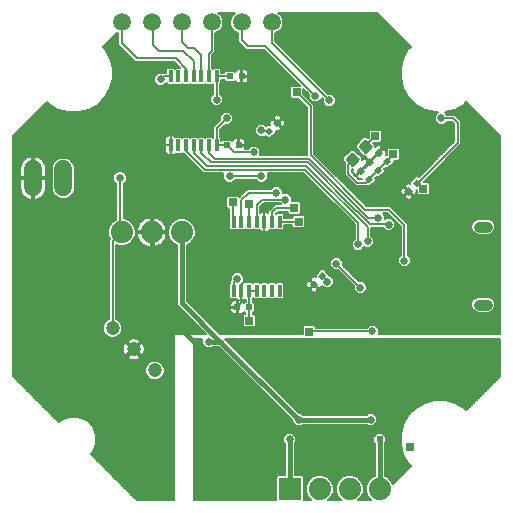
<source format=gbl>
G75*
%MOIN*%
%OFA0B0*%
%FSLAX25Y25*%
%IPPOS*%
%LPD*%
%AMOC8*
5,1,8,0,0,1.08239X$1,22.5*
%
%ADD10R,0.01969X0.01969*%
%ADD11R,0.07400X0.07400*%
%ADD12C,0.07400*%
%ADD13R,0.01969X0.01969*%
%ADD14C,0.03543*%
%ADD15R,0.01200X0.03900*%
%ADD16C,0.05906*%
%ADD17C,0.06000*%
%ADD18C,0.04724*%
%ADD19C,0.00875*%
%ADD20C,0.01600*%
%ADD21C,0.02578*%
%ADD22C,0.00600*%
%ADD23R,0.02578X0.02578*%
%ADD24C,0.02400*%
D10*
G36*
X0181139Y0118108D02*
X0182530Y0119499D01*
X0183921Y0118108D01*
X0182530Y0116717D01*
X0181139Y0118108D01*
G37*
G36*
X0183923Y0120892D02*
X0185314Y0122283D01*
X0186705Y0120892D01*
X0185314Y0119501D01*
X0183923Y0120892D01*
G37*
G36*
X0212639Y0149108D02*
X0214030Y0150499D01*
X0215421Y0149108D01*
X0214030Y0147717D01*
X0212639Y0149108D01*
G37*
G36*
X0215423Y0151892D02*
X0216814Y0153283D01*
X0218205Y0151892D01*
X0216814Y0150501D01*
X0215423Y0151892D01*
G37*
G36*
X0206814Y0160499D02*
X0208205Y0159108D01*
X0206814Y0157717D01*
X0205423Y0159108D01*
X0206814Y0160499D01*
G37*
G36*
X0204030Y0163283D02*
X0205421Y0161892D01*
X0204030Y0160501D01*
X0202639Y0161892D01*
X0204030Y0163283D01*
G37*
G36*
X0201030Y0160283D02*
X0202421Y0158892D01*
X0201030Y0157501D01*
X0199639Y0158892D01*
X0201030Y0160283D01*
G37*
G36*
X0203814Y0157499D02*
X0205205Y0156108D01*
X0203814Y0154717D01*
X0202423Y0156108D01*
X0203814Y0157499D01*
G37*
G36*
X0198030Y0157283D02*
X0199421Y0155892D01*
X0198030Y0154501D01*
X0196639Y0155892D01*
X0198030Y0157283D01*
G37*
G36*
X0200814Y0154499D02*
X0202205Y0153108D01*
X0200814Y0151717D01*
X0199423Y0153108D01*
X0200814Y0154499D01*
G37*
G36*
X0171705Y0171892D02*
X0170314Y0170501D01*
X0168923Y0171892D01*
X0170314Y0173283D01*
X0171705Y0171892D01*
G37*
G36*
X0168921Y0169108D02*
X0167530Y0167717D01*
X0166139Y0169108D01*
X0167530Y0170499D01*
X0168921Y0169108D01*
G37*
D11*
X0174422Y0050000D03*
D12*
X0184422Y0050000D03*
X0194422Y0050000D03*
X0204422Y0050000D03*
X0138422Y0135500D03*
X0128422Y0135500D03*
X0118422Y0135500D03*
D13*
X0156953Y0110500D03*
X0160890Y0110500D03*
X0157390Y0164500D03*
X0153453Y0164500D03*
X0154453Y0187500D03*
X0158390Y0187500D03*
D14*
X0237556Y0137386D02*
X0237556Y0137386D01*
X0240312Y0137386D01*
X0240312Y0137386D01*
X0237556Y0137386D01*
X0237556Y0111402D02*
X0237556Y0111402D01*
X0240312Y0111402D01*
X0240312Y0111402D01*
X0237556Y0111402D01*
D15*
X0171099Y0116013D03*
X0168540Y0116013D03*
X0165981Y0116013D03*
X0163422Y0116013D03*
X0160863Y0116013D03*
X0158304Y0116013D03*
X0155745Y0116013D03*
X0155745Y0138987D03*
X0158304Y0138987D03*
X0160863Y0138987D03*
X0163422Y0138987D03*
X0165981Y0138987D03*
X0168540Y0138987D03*
X0171099Y0138987D03*
X0150099Y0164513D03*
X0147540Y0164513D03*
X0144981Y0164513D03*
X0142422Y0164513D03*
X0139863Y0164513D03*
X0137304Y0164513D03*
X0134745Y0164513D03*
X0134745Y0187487D03*
X0137304Y0187487D03*
X0139863Y0187487D03*
X0142422Y0187487D03*
X0144981Y0187487D03*
X0147540Y0187487D03*
X0150099Y0187487D03*
D16*
X0148422Y0205500D03*
X0158422Y0205500D03*
X0168422Y0205500D03*
X0138422Y0205500D03*
X0128422Y0205500D03*
X0118422Y0205500D03*
D17*
X0098922Y0156500D02*
X0098922Y0150500D01*
X0088922Y0150500D02*
X0088922Y0156500D01*
D18*
X0115351Y0103571D03*
X0122422Y0096500D03*
X0129493Y0089429D03*
D19*
X0195300Y0158023D02*
X0197156Y0159879D01*
X0195300Y0158023D02*
X0193444Y0159879D01*
X0195300Y0161735D01*
X0197156Y0159879D01*
X0196174Y0158897D02*
X0194426Y0158897D01*
X0193552Y0159771D02*
X0197048Y0159771D01*
X0196390Y0160645D02*
X0194210Y0160645D01*
X0195084Y0161519D02*
X0195516Y0161519D01*
X0199543Y0162265D02*
X0201399Y0164121D01*
X0199543Y0162265D02*
X0197687Y0164121D01*
X0199543Y0165977D01*
X0201399Y0164121D01*
X0200417Y0163139D02*
X0198669Y0163139D01*
X0197795Y0164013D02*
X0201291Y0164013D01*
X0200633Y0164887D02*
X0198453Y0164887D01*
X0199327Y0165761D02*
X0199759Y0165761D01*
D20*
X0138422Y0135500D02*
X0138422Y0112000D01*
X0151672Y0098750D01*
X0177422Y0073000D01*
X0201422Y0073000D01*
X0204422Y0066500D02*
X0204422Y0050000D01*
X0174422Y0050000D02*
X0174422Y0066500D01*
X0150422Y0091000D02*
X0128422Y0113000D01*
X0128422Y0135500D01*
X0147422Y0099000D02*
X0151422Y0099000D01*
X0176922Y0097000D02*
X0201422Y0097000D01*
D21*
X0201422Y0097000D03*
X0201922Y0102500D03*
X0193422Y0089500D03*
X0189422Y0089500D03*
X0185422Y0089500D03*
X0185422Y0085500D03*
X0189422Y0086000D03*
X0193422Y0085500D03*
X0193422Y0081500D03*
X0189422Y0081500D03*
X0185422Y0081500D03*
X0177422Y0073000D03*
X0174422Y0066500D03*
X0156422Y0059000D03*
X0148922Y0065500D03*
X0148922Y0085000D03*
X0150422Y0091000D03*
X0147422Y0099000D03*
X0176922Y0097000D03*
X0184922Y0115500D03*
X0186922Y0119000D03*
X0189922Y0125000D03*
X0197244Y0131500D03*
X0200422Y0132500D03*
X0207422Y0138000D03*
X0203922Y0140340D03*
X0212611Y0126000D03*
X0197922Y0117000D03*
X0156922Y0120000D03*
X0172922Y0146422D03*
X0169922Y0148611D03*
X0164922Y0154211D03*
X0162422Y0162189D03*
X0164922Y0169500D03*
X0153422Y0173500D03*
X0150099Y0179677D03*
X0131422Y0186500D03*
X0182874Y0180952D03*
X0187552Y0179500D03*
X0224922Y0173500D03*
X0154422Y0154211D03*
X0117828Y0153593D03*
X0201422Y0073000D03*
D22*
X0135922Y0060561D02*
X0109091Y0060561D01*
X0109690Y0059963D02*
X0135922Y0059963D01*
X0135922Y0059364D02*
X0110288Y0059364D01*
X0110887Y0058766D02*
X0135922Y0058766D01*
X0135922Y0058167D02*
X0111485Y0058167D01*
X0112084Y0057569D02*
X0135922Y0057569D01*
X0135922Y0056970D02*
X0112682Y0056970D01*
X0113281Y0056372D02*
X0135922Y0056372D01*
X0135922Y0055773D02*
X0113879Y0055773D01*
X0114478Y0055175D02*
X0135922Y0055175D01*
X0135922Y0054576D02*
X0115076Y0054576D01*
X0115675Y0053978D02*
X0135922Y0053978D01*
X0135922Y0053379D02*
X0116273Y0053379D01*
X0116872Y0052781D02*
X0135922Y0052781D01*
X0135922Y0052182D02*
X0117470Y0052182D01*
X0118069Y0051584D02*
X0135922Y0051584D01*
X0135922Y0050985D02*
X0118667Y0050985D01*
X0119266Y0050387D02*
X0135922Y0050387D01*
X0135922Y0049788D02*
X0119864Y0049788D01*
X0120463Y0049190D02*
X0135922Y0049190D01*
X0135922Y0048591D02*
X0121061Y0048591D01*
X0121660Y0047993D02*
X0135922Y0047993D01*
X0135922Y0047394D02*
X0122258Y0047394D01*
X0122857Y0046796D02*
X0135922Y0046796D01*
X0135922Y0046300D02*
X0123352Y0046300D01*
X0108160Y0061492D01*
X0108840Y0062172D01*
X0109997Y0064965D01*
X0109997Y0067988D01*
X0108840Y0070781D01*
X0106703Y0072919D01*
X0103910Y0074076D01*
X0100887Y0074076D01*
X0098094Y0072919D01*
X0097414Y0072239D01*
X0082222Y0087431D01*
X0082222Y0167569D01*
X0093527Y0178875D01*
X0094357Y0178045D01*
X0097344Y0176321D01*
X0100674Y0175428D01*
X0104122Y0175428D01*
X0107453Y0176321D01*
X0110439Y0178045D01*
X0112877Y0180483D01*
X0114601Y0183469D01*
X0115493Y0186800D01*
X0115493Y0190248D01*
X0114601Y0193578D01*
X0112877Y0196564D01*
X0112047Y0197394D01*
X0116697Y0202044D01*
X0117222Y0201827D01*
X0117222Y0198003D01*
X0117925Y0197300D01*
X0122222Y0193003D01*
X0122925Y0192300D01*
X0135925Y0192300D01*
X0137887Y0190337D01*
X0136331Y0190337D01*
X0136024Y0190031D01*
X0135717Y0190337D01*
X0133772Y0190337D01*
X0133245Y0189810D01*
X0133245Y0188687D01*
X0132931Y0188687D01*
X0132919Y0188700D01*
X0131925Y0188700D01*
X0131914Y0188689D01*
X0130515Y0188689D01*
X0129233Y0187407D01*
X0129233Y0185593D01*
X0130515Y0184311D01*
X0132328Y0184311D01*
X0133245Y0185227D01*
X0133245Y0185165D01*
X0133772Y0184637D01*
X0135717Y0184637D01*
X0136024Y0184944D01*
X0136331Y0184637D01*
X0138276Y0184637D01*
X0138583Y0184944D01*
X0138890Y0184637D01*
X0140835Y0184637D01*
X0141142Y0184944D01*
X0141449Y0184637D01*
X0143395Y0184637D01*
X0143701Y0184944D01*
X0144008Y0184637D01*
X0145954Y0184637D01*
X0146260Y0184944D01*
X0146567Y0184637D01*
X0148513Y0184637D01*
X0148819Y0184944D01*
X0148899Y0184865D01*
X0148899Y0181573D01*
X0147910Y0180584D01*
X0147910Y0178770D01*
X0149192Y0177488D01*
X0151006Y0177488D01*
X0152288Y0178770D01*
X0152288Y0180584D01*
X0151299Y0181573D01*
X0151299Y0184865D01*
X0151599Y0185165D01*
X0151599Y0186300D01*
X0152569Y0186300D01*
X0152569Y0186143D01*
X0153096Y0185616D01*
X0155810Y0185616D01*
X0156200Y0186005D01*
X0156366Y0185718D01*
X0156608Y0185475D01*
X0156904Y0185304D01*
X0157235Y0185216D01*
X0158198Y0185216D01*
X0158198Y0187308D01*
X0158582Y0187308D01*
X0158582Y0185216D01*
X0159546Y0185216D01*
X0159876Y0185304D01*
X0160173Y0185475D01*
X0160415Y0185718D01*
X0160586Y0186014D01*
X0160674Y0186345D01*
X0160674Y0187308D01*
X0158582Y0187308D01*
X0158582Y0187692D01*
X0158198Y0187692D01*
X0158198Y0189784D01*
X0157235Y0189784D01*
X0156904Y0189696D01*
X0156608Y0189524D01*
X0156366Y0189282D01*
X0156200Y0188995D01*
X0155810Y0189384D01*
X0153096Y0189384D01*
X0152569Y0188857D01*
X0152569Y0188700D01*
X0151599Y0188700D01*
X0151599Y0189810D01*
X0151072Y0190337D01*
X0149126Y0190337D01*
X0148819Y0190031D01*
X0148622Y0190228D01*
X0148622Y0194503D01*
X0148919Y0194800D01*
X0149622Y0195503D01*
X0149622Y0201827D01*
X0150604Y0202234D01*
X0151688Y0203318D01*
X0152274Y0204734D01*
X0152274Y0206266D01*
X0151688Y0207682D01*
X0150670Y0208700D01*
X0156173Y0208700D01*
X0155156Y0207682D01*
X0154569Y0206266D01*
X0154569Y0204734D01*
X0155156Y0203318D01*
X0156239Y0202234D01*
X0157222Y0201827D01*
X0157222Y0199003D01*
X0159222Y0197003D01*
X0159925Y0196300D01*
X0165829Y0196300D01*
X0177765Y0184364D01*
X0175085Y0184364D01*
X0174557Y0183837D01*
X0174557Y0180514D01*
X0175085Y0179986D01*
X0177238Y0179986D01*
X0180222Y0177003D01*
X0180222Y0161200D01*
X0164528Y0161200D01*
X0164611Y0161282D01*
X0164611Y0163096D01*
X0163328Y0164378D01*
X0161515Y0164378D01*
X0160526Y0163389D01*
X0159674Y0163389D01*
X0159674Y0164308D01*
X0157582Y0164308D01*
X0157582Y0164692D01*
X0157198Y0164692D01*
X0157198Y0166784D01*
X0156235Y0166784D01*
X0155904Y0166696D01*
X0155608Y0166524D01*
X0155366Y0166282D01*
X0155200Y0165995D01*
X0154810Y0166384D01*
X0152096Y0166384D01*
X0151599Y0165887D01*
X0151599Y0166835D01*
X0151299Y0167135D01*
X0151299Y0169680D01*
X0152930Y0171311D01*
X0154328Y0171311D01*
X0155611Y0172593D01*
X0155611Y0174407D01*
X0154328Y0175689D01*
X0152515Y0175689D01*
X0151233Y0174407D01*
X0151233Y0173008D01*
X0148899Y0170674D01*
X0148899Y0167135D01*
X0148819Y0167056D01*
X0148513Y0167363D01*
X0146567Y0167363D01*
X0146260Y0167056D01*
X0145954Y0167363D01*
X0144008Y0167363D01*
X0143701Y0167056D01*
X0143395Y0167363D01*
X0141449Y0167363D01*
X0141142Y0167056D01*
X0140835Y0167363D01*
X0138890Y0167363D01*
X0138583Y0167056D01*
X0138276Y0167363D01*
X0136331Y0167363D01*
X0136307Y0167339D01*
X0136143Y0167503D01*
X0135846Y0167674D01*
X0135516Y0167763D01*
X0134745Y0167763D01*
X0134745Y0164513D01*
X0134745Y0164513D01*
X0134745Y0167763D01*
X0133973Y0167763D01*
X0133643Y0167674D01*
X0133346Y0167503D01*
X0133104Y0167261D01*
X0132933Y0166964D01*
X0132845Y0166634D01*
X0132845Y0164513D01*
X0134744Y0164513D01*
X0134744Y0164513D01*
X0132845Y0164513D01*
X0132845Y0162391D01*
X0132933Y0162061D01*
X0133104Y0161764D01*
X0133346Y0161522D01*
X0133643Y0161351D01*
X0133973Y0161263D01*
X0134745Y0161263D01*
X0135516Y0161263D01*
X0135846Y0161351D01*
X0136143Y0161522D01*
X0136307Y0161687D01*
X0136331Y0161663D01*
X0138276Y0161663D01*
X0138583Y0161969D01*
X0138890Y0161663D01*
X0139062Y0161663D01*
X0144822Y0155903D01*
X0145525Y0155200D01*
X0152315Y0155200D01*
X0152233Y0155118D01*
X0152233Y0153304D01*
X0153515Y0152022D01*
X0155328Y0152022D01*
X0156317Y0153011D01*
X0163026Y0153011D01*
X0164015Y0152022D01*
X0165828Y0152022D01*
X0167111Y0153304D01*
X0167111Y0155118D01*
X0167028Y0155200D01*
X0178933Y0155200D01*
X0196044Y0138090D01*
X0196044Y0133396D01*
X0195055Y0132407D01*
X0195055Y0130593D01*
X0196337Y0129311D01*
X0198150Y0129311D01*
X0199333Y0130493D01*
X0199515Y0130311D01*
X0201328Y0130311D01*
X0202611Y0131593D01*
X0202611Y0133407D01*
X0201622Y0134396D01*
X0201622Y0136951D01*
X0205375Y0136951D01*
X0206515Y0135811D01*
X0208328Y0135811D01*
X0209611Y0137093D01*
X0209611Y0138907D01*
X0208328Y0140189D01*
X0206515Y0140189D01*
X0206111Y0139785D01*
X0206111Y0141247D01*
X0205558Y0141800D01*
X0206925Y0141800D01*
X0211411Y0137314D01*
X0211411Y0127896D01*
X0210422Y0126907D01*
X0210422Y0125093D01*
X0211704Y0123811D01*
X0213517Y0123811D01*
X0214800Y0125093D01*
X0214800Y0126907D01*
X0213811Y0127896D01*
X0213811Y0138308D01*
X0207919Y0144200D01*
X0200116Y0144200D01*
X0182622Y0161694D01*
X0182622Y0177997D01*
X0181919Y0178700D01*
X0178935Y0181683D01*
X0178935Y0183194D01*
X0180685Y0181444D01*
X0180685Y0180045D01*
X0181967Y0178763D01*
X0183781Y0178763D01*
X0185063Y0180045D01*
X0185063Y0180292D01*
X0185363Y0179992D01*
X0185363Y0178593D01*
X0186645Y0177311D01*
X0188459Y0177311D01*
X0189741Y0178593D01*
X0189741Y0180407D01*
X0188459Y0181689D01*
X0187060Y0181689D01*
X0169622Y0199127D01*
X0169622Y0201827D01*
X0170604Y0202234D01*
X0171688Y0203318D01*
X0172274Y0204734D01*
X0172274Y0206266D01*
X0171688Y0207682D01*
X0170670Y0208700D01*
X0203491Y0208700D01*
X0214797Y0197394D01*
X0213967Y0196564D01*
X0212243Y0193578D01*
X0211350Y0190248D01*
X0211350Y0186800D01*
X0212243Y0183469D01*
X0213967Y0180483D01*
X0216405Y0178045D01*
X0219391Y0176321D01*
X0222721Y0175428D01*
X0223754Y0175428D01*
X0222733Y0174407D01*
X0222733Y0172593D01*
X0224015Y0171311D01*
X0225828Y0171311D01*
X0226817Y0172300D01*
X0228425Y0172300D01*
X0229222Y0171503D01*
X0229222Y0165781D01*
X0217406Y0153965D01*
X0217186Y0154184D01*
X0216441Y0154184D01*
X0214522Y0152265D01*
X0214522Y0151714D01*
X0214201Y0151800D01*
X0213859Y0151800D01*
X0213528Y0151711D01*
X0213232Y0151540D01*
X0212550Y0150859D01*
X0214030Y0149380D01*
X0213758Y0149108D01*
X0214030Y0148836D01*
X0214302Y0149108D01*
X0215781Y0147629D01*
X0216462Y0148310D01*
X0216633Y0148606D01*
X0216722Y0148937D01*
X0216722Y0149279D01*
X0216636Y0149600D01*
X0216733Y0149600D01*
X0216733Y0148338D01*
X0217260Y0147811D01*
X0220584Y0147811D01*
X0221111Y0148338D01*
X0221111Y0151662D01*
X0220584Y0152189D01*
X0219106Y0152189D01*
X0219106Y0152265D01*
X0219103Y0152268D01*
X0231622Y0164787D01*
X0231622Y0172497D01*
X0230919Y0173200D01*
X0230919Y0173200D01*
X0230122Y0173997D01*
X0229419Y0174700D01*
X0226817Y0174700D01*
X0226089Y0175428D01*
X0226169Y0175428D01*
X0229500Y0176321D01*
X0232486Y0178045D01*
X0233316Y0178875D01*
X0244622Y0167569D01*
X0244622Y0101500D01*
X0204017Y0101500D01*
X0204111Y0101593D01*
X0204111Y0103407D01*
X0202828Y0104689D01*
X0201015Y0104689D01*
X0200026Y0103700D01*
X0183111Y0103700D01*
X0183111Y0104055D01*
X0182584Y0104582D01*
X0179260Y0104582D01*
X0178733Y0104055D01*
X0178733Y0101500D01*
X0151326Y0101500D01*
X0140122Y0112704D01*
X0140122Y0131225D01*
X0141027Y0131600D01*
X0142321Y0132894D01*
X0143022Y0134585D01*
X0143022Y0136415D01*
X0142321Y0138106D01*
X0141027Y0139400D01*
X0139337Y0140100D01*
X0137507Y0140100D01*
X0135816Y0139400D01*
X0134522Y0138106D01*
X0133822Y0136415D01*
X0133822Y0134585D01*
X0134522Y0132894D01*
X0135816Y0131600D01*
X0136722Y0131225D01*
X0136722Y0111296D01*
X0146518Y0101500D01*
X0135922Y0101500D01*
X0135922Y0046300D01*
X0142422Y0046300D02*
X0142422Y0100000D01*
X0145326Y0100000D01*
X0145233Y0099907D01*
X0145233Y0098093D01*
X0146515Y0096811D01*
X0148328Y0096811D01*
X0148817Y0097300D01*
X0150718Y0097300D01*
X0175233Y0072785D01*
X0175233Y0072093D01*
X0176515Y0070811D01*
X0178328Y0070811D01*
X0178817Y0071300D01*
X0200026Y0071300D01*
X0200515Y0070811D01*
X0202328Y0070811D01*
X0203611Y0072093D01*
X0203611Y0073907D01*
X0202328Y0075189D01*
X0200515Y0075189D01*
X0200026Y0074700D01*
X0178817Y0074700D01*
X0178328Y0075189D01*
X0177637Y0075189D01*
X0153122Y0099704D01*
X0152826Y0100000D01*
X0244622Y0100000D01*
X0244622Y0087431D01*
X0233316Y0076125D01*
X0232486Y0076955D01*
X0229500Y0078679D01*
X0226169Y0079572D01*
X0222721Y0079572D01*
X0219391Y0078679D01*
X0216405Y0076955D01*
X0213967Y0074517D01*
X0212243Y0071531D01*
X0211350Y0068200D01*
X0211350Y0064752D01*
X0212243Y0061422D01*
X0213967Y0058436D01*
X0214797Y0057606D01*
X0208754Y0051562D01*
X0208321Y0052606D01*
X0207027Y0053900D01*
X0206122Y0054275D01*
X0206122Y0065230D01*
X0206522Y0065630D01*
X0206522Y0067370D01*
X0205292Y0068600D01*
X0203552Y0068600D01*
X0202322Y0067370D01*
X0202322Y0065630D01*
X0202722Y0065230D01*
X0202722Y0054275D01*
X0201816Y0053900D01*
X0200522Y0052606D01*
X0199822Y0050915D01*
X0199822Y0049085D01*
X0200522Y0047394D01*
X0198321Y0047394D01*
X0199022Y0049085D01*
X0199022Y0050915D01*
X0198321Y0052606D01*
X0197027Y0053900D01*
X0195337Y0054600D01*
X0193507Y0054600D01*
X0191816Y0053900D01*
X0190522Y0052606D01*
X0189822Y0050915D01*
X0189822Y0049085D01*
X0190522Y0047394D01*
X0188321Y0047394D01*
X0189022Y0049085D01*
X0189022Y0050915D01*
X0188321Y0052606D01*
X0187027Y0053900D01*
X0185337Y0054600D01*
X0183507Y0054600D01*
X0181816Y0053900D01*
X0180522Y0052606D01*
X0179822Y0050915D01*
X0179822Y0049085D01*
X0180522Y0047394D01*
X0179022Y0047394D01*
X0179022Y0046796D02*
X0181121Y0046796D01*
X0181616Y0046300D02*
X0179022Y0046300D01*
X0179022Y0054073D01*
X0178495Y0054600D01*
X0176122Y0054600D01*
X0176122Y0065104D01*
X0176611Y0065593D01*
X0176611Y0067407D01*
X0175328Y0068689D01*
X0173515Y0068689D01*
X0172233Y0067407D01*
X0172233Y0065593D01*
X0172722Y0065104D01*
X0172722Y0054600D01*
X0170349Y0054600D01*
X0169822Y0054073D01*
X0169822Y0046300D01*
X0142422Y0046300D01*
X0142422Y0046796D02*
X0169822Y0046796D01*
X0169822Y0047394D02*
X0142422Y0047394D01*
X0142422Y0047993D02*
X0169822Y0047993D01*
X0169822Y0048591D02*
X0142422Y0048591D01*
X0142422Y0049190D02*
X0169822Y0049190D01*
X0169822Y0049788D02*
X0142422Y0049788D01*
X0142422Y0050387D02*
X0169822Y0050387D01*
X0169822Y0050985D02*
X0142422Y0050985D01*
X0142422Y0051584D02*
X0169822Y0051584D01*
X0169822Y0052182D02*
X0142422Y0052182D01*
X0142422Y0052781D02*
X0169822Y0052781D01*
X0169822Y0053379D02*
X0142422Y0053379D01*
X0142422Y0053978D02*
X0169822Y0053978D01*
X0170325Y0054576D02*
X0142422Y0054576D01*
X0142422Y0055175D02*
X0172722Y0055175D01*
X0172722Y0055773D02*
X0142422Y0055773D01*
X0142422Y0056372D02*
X0172722Y0056372D01*
X0172722Y0056970D02*
X0142422Y0056970D01*
X0142422Y0057569D02*
X0172722Y0057569D01*
X0172722Y0058167D02*
X0142422Y0058167D01*
X0142422Y0058766D02*
X0172722Y0058766D01*
X0172722Y0059364D02*
X0142422Y0059364D01*
X0142422Y0059963D02*
X0172722Y0059963D01*
X0172722Y0060561D02*
X0142422Y0060561D01*
X0142422Y0061160D02*
X0172722Y0061160D01*
X0172722Y0061758D02*
X0142422Y0061758D01*
X0142422Y0062357D02*
X0172722Y0062357D01*
X0172722Y0062955D02*
X0142422Y0062955D01*
X0142422Y0063554D02*
X0172722Y0063554D01*
X0172722Y0064152D02*
X0142422Y0064152D01*
X0142422Y0064751D02*
X0172722Y0064751D01*
X0172477Y0065349D02*
X0142422Y0065349D01*
X0142422Y0065948D02*
X0172233Y0065948D01*
X0172233Y0066546D02*
X0142422Y0066546D01*
X0142422Y0067145D02*
X0172233Y0067145D01*
X0172570Y0067743D02*
X0142422Y0067743D01*
X0142422Y0068342D02*
X0173168Y0068342D01*
X0175675Y0068342D02*
X0203294Y0068342D01*
X0202695Y0067743D02*
X0176274Y0067743D01*
X0176611Y0067145D02*
X0202322Y0067145D01*
X0202322Y0066546D02*
X0176611Y0066546D01*
X0176611Y0065948D02*
X0202322Y0065948D01*
X0202602Y0065349D02*
X0176367Y0065349D01*
X0176122Y0064751D02*
X0202722Y0064751D01*
X0202722Y0064152D02*
X0176122Y0064152D01*
X0176122Y0063554D02*
X0202722Y0063554D01*
X0202722Y0062955D02*
X0176122Y0062955D01*
X0176122Y0062357D02*
X0202722Y0062357D01*
X0202722Y0061758D02*
X0176122Y0061758D01*
X0176122Y0061160D02*
X0202722Y0061160D01*
X0202722Y0060561D02*
X0176122Y0060561D01*
X0176122Y0059963D02*
X0202722Y0059963D01*
X0202722Y0059364D02*
X0176122Y0059364D01*
X0176122Y0058766D02*
X0202722Y0058766D01*
X0202722Y0058167D02*
X0176122Y0058167D01*
X0176122Y0057569D02*
X0202722Y0057569D01*
X0202722Y0056970D02*
X0176122Y0056970D01*
X0176122Y0056372D02*
X0202722Y0056372D01*
X0202722Y0055773D02*
X0176122Y0055773D01*
X0176122Y0055175D02*
X0202722Y0055175D01*
X0202722Y0054576D02*
X0195394Y0054576D01*
X0196839Y0053978D02*
X0202004Y0053978D01*
X0201296Y0053379D02*
X0197548Y0053379D01*
X0198146Y0052781D02*
X0200697Y0052781D01*
X0200347Y0052182D02*
X0198497Y0052182D01*
X0198745Y0051584D02*
X0200099Y0051584D01*
X0199851Y0050985D02*
X0198993Y0050985D01*
X0199022Y0050387D02*
X0199822Y0050387D01*
X0199822Y0049788D02*
X0199022Y0049788D01*
X0199022Y0049190D02*
X0199822Y0049190D01*
X0200026Y0048591D02*
X0198817Y0048591D01*
X0198569Y0047993D02*
X0200274Y0047993D01*
X0200522Y0047394D02*
X0201616Y0046300D01*
X0197227Y0046300D01*
X0198321Y0047394D01*
X0197723Y0046796D02*
X0201121Y0046796D01*
X0208745Y0051584D02*
X0208775Y0051584D01*
X0208497Y0052182D02*
X0209373Y0052182D01*
X0209972Y0052781D02*
X0208146Y0052781D01*
X0207548Y0053379D02*
X0210570Y0053379D01*
X0211169Y0053978D02*
X0206839Y0053978D01*
X0206122Y0054576D02*
X0211767Y0054576D01*
X0212366Y0055175D02*
X0206122Y0055175D01*
X0206122Y0055773D02*
X0212964Y0055773D01*
X0213563Y0056372D02*
X0206122Y0056372D01*
X0206122Y0056970D02*
X0214161Y0056970D01*
X0214760Y0057569D02*
X0206122Y0057569D01*
X0206122Y0058167D02*
X0214235Y0058167D01*
X0213776Y0058766D02*
X0206122Y0058766D01*
X0206122Y0059364D02*
X0213430Y0059364D01*
X0213085Y0059963D02*
X0206122Y0059963D01*
X0206122Y0060561D02*
X0212739Y0060561D01*
X0212394Y0061160D02*
X0206122Y0061160D01*
X0206122Y0061758D02*
X0212152Y0061758D01*
X0211992Y0062357D02*
X0206122Y0062357D01*
X0206122Y0062955D02*
X0211832Y0062955D01*
X0211671Y0063554D02*
X0206122Y0063554D01*
X0206122Y0064152D02*
X0211511Y0064152D01*
X0211350Y0064751D02*
X0206122Y0064751D01*
X0206241Y0065349D02*
X0211350Y0065349D01*
X0211350Y0065948D02*
X0206522Y0065948D01*
X0206522Y0066546D02*
X0211350Y0066546D01*
X0211350Y0067145D02*
X0206522Y0067145D01*
X0206148Y0067743D02*
X0211350Y0067743D01*
X0211388Y0068342D02*
X0205550Y0068342D01*
X0202852Y0071334D02*
X0212190Y0071334D01*
X0212030Y0070736D02*
X0142422Y0070736D01*
X0142422Y0071334D02*
X0175992Y0071334D01*
X0175393Y0071933D02*
X0142422Y0071933D01*
X0142422Y0072532D02*
X0175233Y0072532D01*
X0174888Y0073130D02*
X0142422Y0073130D01*
X0142422Y0073729D02*
X0174289Y0073729D01*
X0173691Y0074327D02*
X0142422Y0074327D01*
X0142422Y0074926D02*
X0173092Y0074926D01*
X0172493Y0075524D02*
X0142422Y0075524D01*
X0142422Y0076123D02*
X0171895Y0076123D01*
X0171296Y0076721D02*
X0142422Y0076721D01*
X0142422Y0077320D02*
X0170698Y0077320D01*
X0170099Y0077918D02*
X0142422Y0077918D01*
X0142422Y0078517D02*
X0169501Y0078517D01*
X0168902Y0079115D02*
X0142422Y0079115D01*
X0142422Y0079714D02*
X0168304Y0079714D01*
X0167705Y0080312D02*
X0142422Y0080312D01*
X0142422Y0080911D02*
X0167107Y0080911D01*
X0166508Y0081509D02*
X0142422Y0081509D01*
X0142422Y0082108D02*
X0165910Y0082108D01*
X0165311Y0082706D02*
X0142422Y0082706D01*
X0142422Y0083305D02*
X0164713Y0083305D01*
X0164114Y0083903D02*
X0142422Y0083903D01*
X0142422Y0084502D02*
X0163516Y0084502D01*
X0162917Y0085100D02*
X0142422Y0085100D01*
X0142422Y0085699D02*
X0162319Y0085699D01*
X0161720Y0086297D02*
X0142422Y0086297D01*
X0142422Y0086896D02*
X0161122Y0086896D01*
X0160523Y0087494D02*
X0142422Y0087494D01*
X0142422Y0088093D02*
X0159925Y0088093D01*
X0159326Y0088691D02*
X0142422Y0088691D01*
X0142422Y0089290D02*
X0158728Y0089290D01*
X0158129Y0089888D02*
X0142422Y0089888D01*
X0142422Y0090487D02*
X0157531Y0090487D01*
X0156932Y0091085D02*
X0142422Y0091085D01*
X0142422Y0091684D02*
X0156334Y0091684D01*
X0155735Y0092282D02*
X0142422Y0092282D01*
X0142422Y0092881D02*
X0155137Y0092881D01*
X0154538Y0093479D02*
X0142422Y0093479D01*
X0142422Y0094078D02*
X0153940Y0094078D01*
X0153341Y0094676D02*
X0142422Y0094676D01*
X0142422Y0095275D02*
X0152743Y0095275D01*
X0152144Y0095873D02*
X0142422Y0095873D01*
X0142422Y0096472D02*
X0151546Y0096472D01*
X0150947Y0097070D02*
X0148588Y0097070D01*
X0146256Y0097070D02*
X0142422Y0097070D01*
X0142422Y0097669D02*
X0145657Y0097669D01*
X0145233Y0098268D02*
X0142422Y0098268D01*
X0142422Y0098866D02*
X0145233Y0098866D01*
X0145233Y0099465D02*
X0142422Y0099465D01*
X0145560Y0102457D02*
X0118420Y0102457D01*
X0118613Y0102922D02*
X0118116Y0101723D01*
X0117199Y0100805D01*
X0116000Y0100309D01*
X0114702Y0100309D01*
X0113503Y0100805D01*
X0112585Y0101723D01*
X0112088Y0102922D01*
X0112088Y0104220D01*
X0112585Y0105419D01*
X0113503Y0106337D01*
X0114151Y0106605D01*
X0114151Y0132926D01*
X0114404Y0133179D01*
X0113822Y0134585D01*
X0113822Y0136415D01*
X0114522Y0138106D01*
X0115816Y0139400D01*
X0116628Y0139736D01*
X0116628Y0151698D01*
X0115639Y0152687D01*
X0115639Y0154500D01*
X0116922Y0155782D01*
X0118735Y0155782D01*
X0120017Y0154500D01*
X0120017Y0152687D01*
X0119028Y0151698D01*
X0119028Y0140100D01*
X0119337Y0140100D01*
X0121027Y0139400D01*
X0122321Y0138106D01*
X0123022Y0136415D01*
X0123022Y0134585D01*
X0122321Y0132894D01*
X0121027Y0131600D01*
X0119337Y0130900D01*
X0117507Y0130900D01*
X0116551Y0131296D01*
X0116551Y0106605D01*
X0117199Y0106337D01*
X0118116Y0105419D01*
X0118613Y0104220D01*
X0118613Y0102922D01*
X0118613Y0103056D02*
X0144962Y0103056D01*
X0144363Y0103654D02*
X0118613Y0103654D01*
X0118599Y0104253D02*
X0143765Y0104253D01*
X0143166Y0104851D02*
X0118351Y0104851D01*
X0118086Y0105450D02*
X0142568Y0105450D01*
X0141969Y0106048D02*
X0117487Y0106048D01*
X0116551Y0106647D02*
X0141371Y0106647D01*
X0140772Y0107245D02*
X0116551Y0107245D01*
X0116551Y0107844D02*
X0140174Y0107844D01*
X0139575Y0108442D02*
X0116551Y0108442D01*
X0116551Y0109041D02*
X0138977Y0109041D01*
X0138378Y0109639D02*
X0116551Y0109639D01*
X0116551Y0110238D02*
X0137780Y0110238D01*
X0137181Y0110836D02*
X0116551Y0110836D01*
X0116551Y0111435D02*
X0136722Y0111435D01*
X0136722Y0112033D02*
X0116551Y0112033D01*
X0116551Y0112632D02*
X0136722Y0112632D01*
X0136722Y0113230D02*
X0116551Y0113230D01*
X0116551Y0113829D02*
X0136722Y0113829D01*
X0136722Y0114427D02*
X0116551Y0114427D01*
X0116551Y0115026D02*
X0136722Y0115026D01*
X0136722Y0115624D02*
X0116551Y0115624D01*
X0116551Y0116223D02*
X0136722Y0116223D01*
X0136722Y0116821D02*
X0116551Y0116821D01*
X0116551Y0117420D02*
X0136722Y0117420D01*
X0136722Y0118018D02*
X0116551Y0118018D01*
X0116551Y0118617D02*
X0136722Y0118617D01*
X0136722Y0119215D02*
X0116551Y0119215D01*
X0116551Y0119814D02*
X0136722Y0119814D01*
X0136722Y0120412D02*
X0116551Y0120412D01*
X0116551Y0121011D02*
X0136722Y0121011D01*
X0136722Y0121609D02*
X0116551Y0121609D01*
X0116551Y0122208D02*
X0136722Y0122208D01*
X0136722Y0122806D02*
X0116551Y0122806D01*
X0116551Y0123405D02*
X0136722Y0123405D01*
X0136722Y0124003D02*
X0116551Y0124003D01*
X0116551Y0124602D02*
X0136722Y0124602D01*
X0136722Y0125201D02*
X0116551Y0125201D01*
X0116551Y0125799D02*
X0136722Y0125799D01*
X0136722Y0126398D02*
X0116551Y0126398D01*
X0116551Y0126996D02*
X0136722Y0126996D01*
X0136722Y0127595D02*
X0116551Y0127595D01*
X0116551Y0128193D02*
X0136722Y0128193D01*
X0136722Y0128792D02*
X0116551Y0128792D01*
X0116551Y0129390D02*
X0136722Y0129390D01*
X0136722Y0129989D02*
X0116551Y0129989D01*
X0116551Y0130587D02*
X0127478Y0130587D01*
X0127251Y0130623D02*
X0128028Y0130500D01*
X0128122Y0130500D01*
X0128122Y0135200D01*
X0128722Y0135200D01*
X0128722Y0135800D01*
X0133422Y0135800D01*
X0133422Y0135894D01*
X0133299Y0136671D01*
X0133055Y0137419D01*
X0132698Y0138121D01*
X0132236Y0138757D01*
X0131679Y0139314D01*
X0131042Y0139776D01*
X0130341Y0140134D01*
X0129593Y0140377D01*
X0128815Y0140500D01*
X0128722Y0140500D01*
X0128722Y0135800D01*
X0128122Y0135800D01*
X0128122Y0140500D01*
X0128028Y0140500D01*
X0127251Y0140377D01*
X0126502Y0140134D01*
X0125801Y0139776D01*
X0125164Y0139314D01*
X0124608Y0138757D01*
X0124145Y0138121D01*
X0123788Y0137419D01*
X0123545Y0136671D01*
X0123422Y0135894D01*
X0123422Y0135800D01*
X0128122Y0135800D01*
X0128122Y0135200D01*
X0123422Y0135200D01*
X0123422Y0135106D01*
X0123545Y0134329D01*
X0123788Y0133581D01*
X0124145Y0132879D01*
X0124608Y0132243D01*
X0125164Y0131686D01*
X0125801Y0131224D01*
X0126502Y0130866D01*
X0127251Y0130623D01*
X0128122Y0130587D02*
X0128722Y0130587D01*
X0128722Y0130500D02*
X0128815Y0130500D01*
X0129593Y0130623D01*
X0130341Y0130866D01*
X0131042Y0131224D01*
X0131679Y0131686D01*
X0132236Y0132243D01*
X0132698Y0132879D01*
X0133055Y0133581D01*
X0133299Y0134329D01*
X0133422Y0135106D01*
X0133422Y0135200D01*
X0128722Y0135200D01*
X0128722Y0130500D01*
X0129365Y0130587D02*
X0136722Y0130587D01*
X0136722Y0131186D02*
X0130968Y0131186D01*
X0131777Y0131784D02*
X0135632Y0131784D01*
X0135034Y0132383D02*
X0132337Y0132383D01*
X0132750Y0132981D02*
X0134486Y0132981D01*
X0134238Y0133580D02*
X0133055Y0133580D01*
X0133250Y0134178D02*
X0133990Y0134178D01*
X0133822Y0134777D02*
X0133369Y0134777D01*
X0133822Y0135375D02*
X0128722Y0135375D01*
X0128722Y0134777D02*
X0128122Y0134777D01*
X0128122Y0135375D02*
X0123022Y0135375D01*
X0123022Y0134777D02*
X0123474Y0134777D01*
X0123594Y0134178D02*
X0122853Y0134178D01*
X0122605Y0133580D02*
X0123789Y0133580D01*
X0124094Y0132981D02*
X0122357Y0132981D01*
X0121810Y0132383D02*
X0124506Y0132383D01*
X0125067Y0131784D02*
X0121211Y0131784D01*
X0120026Y0131186D02*
X0125876Y0131186D01*
X0128122Y0131186D02*
X0128722Y0131186D01*
X0128722Y0131784D02*
X0128122Y0131784D01*
X0128122Y0132383D02*
X0128722Y0132383D01*
X0128722Y0132981D02*
X0128122Y0132981D01*
X0128122Y0133580D02*
X0128722Y0133580D01*
X0128722Y0134178D02*
X0128122Y0134178D01*
X0128122Y0135974D02*
X0128722Y0135974D01*
X0128722Y0136572D02*
X0128122Y0136572D01*
X0128122Y0137171D02*
X0128722Y0137171D01*
X0128722Y0137769D02*
X0128122Y0137769D01*
X0128122Y0138368D02*
X0128722Y0138368D01*
X0128722Y0138966D02*
X0128122Y0138966D01*
X0128122Y0139565D02*
X0128722Y0139565D01*
X0128722Y0140163D02*
X0128122Y0140163D01*
X0126594Y0140163D02*
X0119028Y0140163D01*
X0119028Y0140762D02*
X0154222Y0140762D01*
X0154222Y0141360D02*
X0119028Y0141360D01*
X0119028Y0141959D02*
X0154222Y0141959D01*
X0154222Y0142557D02*
X0119028Y0142557D01*
X0119028Y0143156D02*
X0154222Y0143156D01*
X0154222Y0143311D02*
X0154222Y0138813D01*
X0154245Y0138790D01*
X0154245Y0136665D01*
X0154772Y0136137D01*
X0156717Y0136137D01*
X0157024Y0136444D01*
X0157331Y0136137D01*
X0159276Y0136137D01*
X0159583Y0136444D01*
X0159890Y0136137D01*
X0161835Y0136137D01*
X0162142Y0136444D01*
X0162449Y0136137D01*
X0164395Y0136137D01*
X0164418Y0136161D01*
X0164583Y0135997D01*
X0164879Y0135826D01*
X0165210Y0135737D01*
X0165981Y0135737D01*
X0166752Y0135737D01*
X0167083Y0135826D01*
X0167379Y0135997D01*
X0167543Y0136161D01*
X0167567Y0136137D01*
X0169513Y0136137D01*
X0169819Y0136444D01*
X0170126Y0136137D01*
X0172072Y0136137D01*
X0172599Y0136665D01*
X0172599Y0137800D01*
X0175233Y0137800D01*
X0175233Y0137338D01*
X0175760Y0136811D01*
X0179084Y0136811D01*
X0179611Y0137338D01*
X0179611Y0140662D01*
X0179084Y0141189D01*
X0175760Y0141189D01*
X0175233Y0140662D01*
X0175233Y0140200D01*
X0172599Y0140200D01*
X0172599Y0141310D01*
X0172072Y0141837D01*
X0170126Y0141837D01*
X0169819Y0141531D01*
X0169740Y0141610D01*
X0169740Y0141621D01*
X0170496Y0142377D01*
X0173733Y0142377D01*
X0173733Y0141915D01*
X0174260Y0141388D01*
X0177584Y0141388D01*
X0178111Y0141915D01*
X0178111Y0145239D01*
X0177584Y0145766D01*
X0175111Y0145766D01*
X0175111Y0147329D01*
X0173828Y0148611D01*
X0172111Y0148611D01*
X0172111Y0149518D01*
X0170828Y0150800D01*
X0169015Y0150800D01*
X0168026Y0149811D01*
X0160185Y0149811D01*
X0157807Y0147433D01*
X0157573Y0147199D01*
X0157084Y0147689D01*
X0153760Y0147689D01*
X0153233Y0147162D01*
X0153233Y0143838D01*
X0153760Y0143311D01*
X0154222Y0143311D01*
X0153317Y0143754D02*
X0119028Y0143754D01*
X0119028Y0144353D02*
X0153233Y0144353D01*
X0153233Y0144951D02*
X0119028Y0144951D01*
X0119028Y0145550D02*
X0153233Y0145550D01*
X0153233Y0146148D02*
X0119028Y0146148D01*
X0119028Y0146747D02*
X0153233Y0146747D01*
X0153416Y0147345D02*
X0119028Y0147345D01*
X0119028Y0147944D02*
X0158318Y0147944D01*
X0158916Y0148542D02*
X0119028Y0148542D01*
X0119028Y0149141D02*
X0159515Y0149141D01*
X0160113Y0149739D02*
X0119028Y0149739D01*
X0119028Y0150338D02*
X0168553Y0150338D01*
X0169922Y0148611D02*
X0160682Y0148611D01*
X0158304Y0146233D01*
X0158304Y0138987D01*
X0160863Y0138987D02*
X0160922Y0139046D01*
X0160922Y0140000D01*
X0160922Y0145000D01*
X0163422Y0144500D02*
X0163422Y0138987D01*
X0165981Y0138987D02*
X0165981Y0138987D01*
X0165981Y0135737D01*
X0165981Y0138987D01*
X0165981Y0125559D01*
X0158304Y0117882D01*
X0158304Y0116013D01*
X0158304Y0118286D01*
X0158304Y0118286D01*
X0158304Y0116013D01*
X0158304Y0116013D01*
X0158304Y0111850D01*
X0156953Y0110500D01*
X0156761Y0110692D02*
X0156761Y0110308D01*
X0154669Y0110308D01*
X0154669Y0109345D01*
X0154758Y0109014D01*
X0154929Y0108718D01*
X0155171Y0108475D01*
X0155467Y0108304D01*
X0155798Y0108216D01*
X0156761Y0108216D01*
X0156761Y0110308D01*
X0157145Y0110308D01*
X0157145Y0108216D01*
X0158109Y0108216D01*
X0158439Y0108304D01*
X0158736Y0108475D01*
X0158978Y0108718D01*
X0159144Y0109005D01*
X0159533Y0108616D01*
X0159663Y0108616D01*
X0159663Y0108189D01*
X0159260Y0108189D01*
X0158733Y0107662D01*
X0158733Y0104338D01*
X0159260Y0103811D01*
X0162584Y0103811D01*
X0163111Y0104338D01*
X0163111Y0107662D01*
X0162584Y0108189D01*
X0162063Y0108189D01*
X0162063Y0108616D01*
X0162247Y0108616D01*
X0162774Y0109143D01*
X0162774Y0111857D01*
X0162247Y0112384D01*
X0162090Y0112384D01*
X0162090Y0113417D01*
X0162142Y0113469D01*
X0162449Y0113163D01*
X0164395Y0113163D01*
X0164701Y0113469D01*
X0165008Y0113163D01*
X0166954Y0113163D01*
X0167260Y0113469D01*
X0167567Y0113163D01*
X0169513Y0113163D01*
X0169819Y0113469D01*
X0170126Y0113163D01*
X0172072Y0113163D01*
X0172599Y0113690D01*
X0172599Y0118335D01*
X0172072Y0118863D01*
X0170126Y0118863D01*
X0169819Y0118556D01*
X0169513Y0118863D01*
X0167567Y0118863D01*
X0167260Y0118556D01*
X0166954Y0118863D01*
X0165008Y0118863D01*
X0164701Y0118556D01*
X0164395Y0118863D01*
X0162449Y0118863D01*
X0162142Y0118556D01*
X0161835Y0118863D01*
X0159890Y0118863D01*
X0159866Y0118839D01*
X0159702Y0119003D01*
X0159405Y0119174D01*
X0159111Y0119253D01*
X0159111Y0120907D01*
X0157828Y0122189D01*
X0156015Y0122189D01*
X0154733Y0120907D01*
X0154733Y0119508D01*
X0154545Y0119320D01*
X0154545Y0118635D01*
X0154245Y0118335D01*
X0154245Y0113690D01*
X0154772Y0113163D01*
X0156717Y0113163D01*
X0156741Y0113187D01*
X0156905Y0113022D01*
X0157202Y0112851D01*
X0157452Y0112784D01*
X0157145Y0112784D01*
X0157145Y0110692D01*
X0156761Y0110692D01*
X0154669Y0110692D01*
X0154669Y0111655D01*
X0154758Y0111986D01*
X0154929Y0112282D01*
X0155171Y0112524D01*
X0155467Y0112696D01*
X0155798Y0112784D01*
X0156761Y0112784D01*
X0156761Y0110692D01*
X0156761Y0110836D02*
X0157145Y0110836D01*
X0157145Y0110238D02*
X0156761Y0110238D01*
X0156761Y0109639D02*
X0157145Y0109639D01*
X0157145Y0109041D02*
X0156761Y0109041D01*
X0156761Y0108442D02*
X0157145Y0108442D01*
X0158678Y0108442D02*
X0159663Y0108442D01*
X0158915Y0107844D02*
X0144982Y0107844D01*
X0144384Y0108442D02*
X0155228Y0108442D01*
X0154750Y0109041D02*
X0143785Y0109041D01*
X0143187Y0109639D02*
X0154669Y0109639D01*
X0154669Y0110238D02*
X0142588Y0110238D01*
X0141990Y0110836D02*
X0154669Y0110836D01*
X0154669Y0111435D02*
X0141391Y0111435D01*
X0140793Y0112033D02*
X0154785Y0112033D01*
X0155357Y0112632D02*
X0140194Y0112632D01*
X0140122Y0113230D02*
X0154704Y0113230D01*
X0154245Y0113829D02*
X0140122Y0113829D01*
X0140122Y0114427D02*
X0154245Y0114427D01*
X0154245Y0115026D02*
X0140122Y0115026D01*
X0140122Y0115624D02*
X0154245Y0115624D01*
X0154245Y0116223D02*
X0140122Y0116223D01*
X0140122Y0116821D02*
X0154245Y0116821D01*
X0154245Y0117420D02*
X0140122Y0117420D01*
X0140122Y0118018D02*
X0154245Y0118018D01*
X0154526Y0118617D02*
X0140122Y0118617D01*
X0140122Y0119215D02*
X0154545Y0119215D01*
X0154733Y0119814D02*
X0140122Y0119814D01*
X0140122Y0120412D02*
X0154733Y0120412D01*
X0154837Y0121011D02*
X0140122Y0121011D01*
X0140122Y0121609D02*
X0155436Y0121609D01*
X0156922Y0120000D02*
X0155745Y0118823D01*
X0155745Y0116013D01*
X0158304Y0116012D02*
X0158304Y0116012D01*
X0158304Y0112763D01*
X0159075Y0112763D01*
X0159405Y0112851D01*
X0159690Y0113016D01*
X0159690Y0112384D01*
X0159533Y0112384D01*
X0159144Y0111995D01*
X0158978Y0112282D01*
X0158736Y0112524D01*
X0158439Y0112696D01*
X0158189Y0112763D01*
X0158304Y0112763D01*
X0158304Y0116012D01*
X0158304Y0116223D02*
X0158304Y0116223D01*
X0158304Y0116821D02*
X0158304Y0116821D01*
X0158304Y0117420D02*
X0158304Y0117420D01*
X0158304Y0118018D02*
X0158304Y0118018D01*
X0159251Y0119215D02*
X0180407Y0119215D01*
X0180098Y0118906D02*
X0179926Y0118610D01*
X0179838Y0118279D01*
X0179838Y0117937D01*
X0179926Y0117606D01*
X0180098Y0117310D01*
X0180779Y0116629D01*
X0182258Y0118108D01*
X0182530Y0117836D01*
X0182802Y0118108D01*
X0184281Y0116629D01*
X0184962Y0117310D01*
X0185133Y0117606D01*
X0185151Y0117675D01*
X0186015Y0116811D01*
X0187828Y0116811D01*
X0189111Y0118093D01*
X0189111Y0119907D01*
X0187828Y0121189D01*
X0187606Y0121189D01*
X0187606Y0121265D01*
X0185686Y0123184D01*
X0184941Y0123184D01*
X0183022Y0121265D01*
X0183022Y0120714D01*
X0182701Y0120800D01*
X0182359Y0120800D01*
X0182028Y0120711D01*
X0181732Y0120540D01*
X0181050Y0119859D01*
X0182530Y0118380D01*
X0182258Y0118108D01*
X0180779Y0119587D01*
X0180098Y0118906D01*
X0179931Y0118617D02*
X0172317Y0118617D01*
X0172599Y0118018D02*
X0179838Y0118018D01*
X0180034Y0117420D02*
X0172599Y0117420D01*
X0172599Y0116821D02*
X0180586Y0116821D01*
X0180971Y0116821D02*
X0181515Y0116821D01*
X0181570Y0117420D02*
X0182113Y0117420D01*
X0182530Y0117836D02*
X0181050Y0116357D01*
X0181732Y0115676D01*
X0182028Y0115505D01*
X0182359Y0115416D01*
X0182701Y0115416D01*
X0183032Y0115505D01*
X0183328Y0115676D01*
X0184009Y0116357D01*
X0182530Y0117836D01*
X0182530Y0117892D02*
X0182530Y0118108D01*
X0182712Y0118018D02*
X0182891Y0118018D01*
X0182530Y0117892D02*
X0184922Y0115500D01*
X0183875Y0116223D02*
X0195733Y0116223D01*
X0195733Y0116093D02*
X0197015Y0114811D01*
X0198828Y0114811D01*
X0200111Y0116093D01*
X0200111Y0117907D01*
X0198828Y0119189D01*
X0197430Y0119189D01*
X0192111Y0124508D01*
X0192111Y0125907D01*
X0190828Y0127189D01*
X0189015Y0127189D01*
X0187733Y0125907D01*
X0187733Y0124093D01*
X0189015Y0122811D01*
X0190414Y0122811D01*
X0195733Y0117492D01*
X0195733Y0116093D01*
X0196202Y0115624D02*
X0183239Y0115624D01*
X0183545Y0116821D02*
X0184088Y0116821D01*
X0184474Y0116821D02*
X0186005Y0116821D01*
X0185406Y0117420D02*
X0185026Y0117420D01*
X0183490Y0117420D02*
X0182946Y0117420D01*
X0182348Y0118018D02*
X0182168Y0118018D01*
X0182293Y0118617D02*
X0181749Y0118617D01*
X0181694Y0119215D02*
X0181151Y0119215D01*
X0181096Y0119814D02*
X0159111Y0119814D01*
X0159111Y0120412D02*
X0181604Y0120412D01*
X0183022Y0121011D02*
X0159006Y0121011D01*
X0158408Y0121609D02*
X0183366Y0121609D01*
X0183965Y0122208D02*
X0140122Y0122208D01*
X0140122Y0122806D02*
X0184563Y0122806D01*
X0186064Y0122806D02*
X0190418Y0122806D01*
X0191017Y0122208D02*
X0186662Y0122208D01*
X0187261Y0121609D02*
X0191615Y0121609D01*
X0192214Y0121011D02*
X0188006Y0121011D01*
X0188605Y0120412D02*
X0192812Y0120412D01*
X0193411Y0119814D02*
X0189111Y0119814D01*
X0189111Y0119215D02*
X0194009Y0119215D01*
X0194608Y0118617D02*
X0189111Y0118617D01*
X0189036Y0118018D02*
X0195206Y0118018D01*
X0195733Y0117420D02*
X0188437Y0117420D01*
X0187839Y0116821D02*
X0195733Y0116821D01*
X0196800Y0115026D02*
X0172599Y0115026D01*
X0172599Y0115624D02*
X0181821Y0115624D01*
X0181185Y0116223D02*
X0172599Y0116223D01*
X0172599Y0114427D02*
X0244622Y0114427D01*
X0244622Y0113829D02*
X0241433Y0113829D01*
X0241825Y0113666D02*
X0240843Y0114073D01*
X0237024Y0114073D01*
X0236042Y0113666D01*
X0235291Y0112915D01*
X0234884Y0111933D01*
X0234884Y0110870D01*
X0235291Y0109888D01*
X0236042Y0109137D01*
X0237024Y0108730D01*
X0240843Y0108730D01*
X0241825Y0109137D01*
X0242576Y0109888D01*
X0242983Y0110870D01*
X0242983Y0111933D01*
X0242576Y0112915D01*
X0241825Y0113666D01*
X0242261Y0113230D02*
X0244622Y0113230D01*
X0244622Y0112632D02*
X0242694Y0112632D01*
X0242942Y0112033D02*
X0244622Y0112033D01*
X0244622Y0111435D02*
X0242983Y0111435D01*
X0242969Y0110836D02*
X0244622Y0110836D01*
X0244622Y0110238D02*
X0242721Y0110238D01*
X0242327Y0109639D02*
X0244622Y0109639D01*
X0244622Y0109041D02*
X0241593Y0109041D01*
X0244622Y0108442D02*
X0162063Y0108442D01*
X0162672Y0109041D02*
X0236274Y0109041D01*
X0235540Y0109639D02*
X0162774Y0109639D01*
X0162774Y0110238D02*
X0235146Y0110238D01*
X0234898Y0110836D02*
X0162774Y0110836D01*
X0162774Y0111435D02*
X0234884Y0111435D01*
X0234925Y0112033D02*
X0162598Y0112033D01*
X0162090Y0112632D02*
X0235173Y0112632D01*
X0235606Y0113230D02*
X0172139Y0113230D01*
X0172599Y0113829D02*
X0236434Y0113829D01*
X0244622Y0115026D02*
X0199043Y0115026D01*
X0199642Y0115624D02*
X0244622Y0115624D01*
X0244622Y0116223D02*
X0200111Y0116223D01*
X0200111Y0116821D02*
X0244622Y0116821D01*
X0244622Y0117420D02*
X0200111Y0117420D01*
X0199999Y0118018D02*
X0244622Y0118018D01*
X0244622Y0118617D02*
X0199401Y0118617D01*
X0197403Y0119215D02*
X0244622Y0119215D01*
X0244622Y0119814D02*
X0196805Y0119814D01*
X0196206Y0120412D02*
X0244622Y0120412D01*
X0244622Y0121011D02*
X0195608Y0121011D01*
X0195009Y0121609D02*
X0244622Y0121609D01*
X0244622Y0122208D02*
X0194411Y0122208D01*
X0193812Y0122806D02*
X0244622Y0122806D01*
X0244622Y0123405D02*
X0193214Y0123405D01*
X0192615Y0124003D02*
X0211512Y0124003D01*
X0210913Y0124602D02*
X0192111Y0124602D01*
X0192111Y0125201D02*
X0210422Y0125201D01*
X0210422Y0125799D02*
X0192111Y0125799D01*
X0191620Y0126398D02*
X0210422Y0126398D01*
X0210511Y0126996D02*
X0191021Y0126996D01*
X0188822Y0126996D02*
X0140122Y0126996D01*
X0140122Y0126398D02*
X0188224Y0126398D01*
X0187733Y0125799D02*
X0140122Y0125799D01*
X0140122Y0125201D02*
X0187733Y0125201D01*
X0187733Y0124602D02*
X0140122Y0124602D01*
X0140122Y0124003D02*
X0187823Y0124003D01*
X0188421Y0123405D02*
X0140122Y0123405D01*
X0140122Y0127595D02*
X0211110Y0127595D01*
X0211411Y0128193D02*
X0140122Y0128193D01*
X0140122Y0128792D02*
X0211411Y0128792D01*
X0211411Y0129390D02*
X0198230Y0129390D01*
X0198828Y0129989D02*
X0211411Y0129989D01*
X0211411Y0130587D02*
X0201605Y0130587D01*
X0202203Y0131186D02*
X0211411Y0131186D01*
X0211411Y0131784D02*
X0202611Y0131784D01*
X0202611Y0132383D02*
X0211411Y0132383D01*
X0211411Y0132981D02*
X0202611Y0132981D01*
X0202438Y0133580D02*
X0211411Y0133580D01*
X0211411Y0134178D02*
X0201839Y0134178D01*
X0201622Y0134777D02*
X0211411Y0134777D01*
X0211411Y0135375D02*
X0201622Y0135375D01*
X0201622Y0135974D02*
X0206352Y0135974D01*
X0205754Y0136572D02*
X0201622Y0136572D01*
X0200422Y0137106D02*
X0179928Y0157600D01*
X0146822Y0157600D01*
X0142422Y0162000D01*
X0142422Y0164513D01*
X0144981Y0164513D02*
X0144981Y0162059D01*
X0144922Y0162000D01*
X0148122Y0158800D01*
X0180425Y0158800D01*
X0196573Y0142651D01*
X0196725Y0142500D01*
X0201073Y0138151D01*
X0207270Y0138151D01*
X0207422Y0138000D01*
X0208953Y0139565D02*
X0209160Y0139565D01*
X0209551Y0138966D02*
X0209758Y0138966D01*
X0209611Y0138368D02*
X0210357Y0138368D01*
X0210955Y0137769D02*
X0209611Y0137769D01*
X0209611Y0137171D02*
X0211411Y0137171D01*
X0211411Y0136572D02*
X0209090Y0136572D01*
X0208491Y0135974D02*
X0211411Y0135974D01*
X0212611Y0137811D02*
X0207422Y0143000D01*
X0199619Y0143000D01*
X0181422Y0161197D01*
X0181422Y0177500D01*
X0176746Y0182175D01*
X0174557Y0182059D02*
X0151299Y0182059D01*
X0151299Y0182658D02*
X0174557Y0182658D01*
X0174557Y0183256D02*
X0151299Y0183256D01*
X0151299Y0183855D02*
X0174575Y0183855D01*
X0174557Y0181461D02*
X0151411Y0181461D01*
X0152010Y0180862D02*
X0174557Y0180862D01*
X0174807Y0180264D02*
X0152288Y0180264D01*
X0152288Y0179665D02*
X0177560Y0179665D01*
X0178158Y0179067D02*
X0152288Y0179067D01*
X0151985Y0178468D02*
X0178757Y0178468D01*
X0179355Y0177870D02*
X0151387Y0177870D01*
X0150099Y0179677D02*
X0150099Y0187487D01*
X0150112Y0187500D01*
X0154453Y0187500D01*
X0152569Y0186249D02*
X0151599Y0186249D01*
X0151599Y0185650D02*
X0153062Y0185650D01*
X0151486Y0185052D02*
X0177077Y0185052D01*
X0176479Y0185650D02*
X0160347Y0185650D01*
X0160649Y0186249D02*
X0175880Y0186249D01*
X0175282Y0186847D02*
X0160674Y0186847D01*
X0160674Y0187692D02*
X0160674Y0188655D01*
X0160586Y0188986D01*
X0160415Y0189282D01*
X0160173Y0189524D01*
X0159876Y0189696D01*
X0159546Y0189784D01*
X0158582Y0189784D01*
X0158582Y0187692D01*
X0160674Y0187692D01*
X0160674Y0188044D02*
X0174085Y0188044D01*
X0174683Y0187446D02*
X0158582Y0187446D01*
X0158622Y0187500D02*
X0158390Y0187500D01*
X0158390Y0187969D01*
X0158198Y0188044D02*
X0158582Y0188044D01*
X0158582Y0188643D02*
X0158198Y0188643D01*
X0158198Y0189241D02*
X0158582Y0189241D01*
X0160439Y0189241D02*
X0172888Y0189241D01*
X0173486Y0188643D02*
X0160674Y0188643D01*
X0158582Y0186847D02*
X0158198Y0186847D01*
X0158198Y0186249D02*
X0158582Y0186249D01*
X0158582Y0185650D02*
X0158198Y0185650D01*
X0156433Y0185650D02*
X0155845Y0185650D01*
X0151299Y0184453D02*
X0177676Y0184453D01*
X0178935Y0182658D02*
X0179471Y0182658D01*
X0178935Y0182059D02*
X0180070Y0182059D01*
X0180668Y0181461D02*
X0179158Y0181461D01*
X0179757Y0180862D02*
X0180685Y0180862D01*
X0180685Y0180264D02*
X0180355Y0180264D01*
X0180954Y0179665D02*
X0181065Y0179665D01*
X0181552Y0179067D02*
X0181664Y0179067D01*
X0182151Y0178468D02*
X0185488Y0178468D01*
X0185363Y0179067D02*
X0184084Y0179067D01*
X0184682Y0179665D02*
X0185363Y0179665D01*
X0185091Y0180264D02*
X0185063Y0180264D01*
X0182874Y0180952D02*
X0166326Y0197500D01*
X0160422Y0197500D01*
X0158422Y0199500D01*
X0158422Y0205500D01*
X0154569Y0205401D02*
X0152274Y0205401D01*
X0152274Y0204803D02*
X0154569Y0204803D01*
X0154788Y0204204D02*
X0152055Y0204204D01*
X0151807Y0203605D02*
X0155036Y0203605D01*
X0155466Y0203007D02*
X0151377Y0203007D01*
X0150779Y0202408D02*
X0156065Y0202408D01*
X0157222Y0201810D02*
X0149622Y0201810D01*
X0149622Y0201211D02*
X0157222Y0201211D01*
X0157222Y0200613D02*
X0149622Y0200613D01*
X0149622Y0200014D02*
X0157222Y0200014D01*
X0157222Y0199416D02*
X0149622Y0199416D01*
X0149622Y0198817D02*
X0157407Y0198817D01*
X0158006Y0198219D02*
X0149622Y0198219D01*
X0149622Y0197620D02*
X0158604Y0197620D01*
X0159203Y0197022D02*
X0149622Y0197022D01*
X0149622Y0196423D02*
X0159801Y0196423D01*
X0166304Y0195825D02*
X0149622Y0195825D01*
X0149345Y0195226D02*
X0166903Y0195226D01*
X0167501Y0194628D02*
X0148747Y0194628D01*
X0148622Y0194029D02*
X0168100Y0194029D01*
X0168698Y0193431D02*
X0148622Y0193431D01*
X0148622Y0192832D02*
X0169297Y0192832D01*
X0169895Y0192234D02*
X0148622Y0192234D01*
X0148622Y0191635D02*
X0170494Y0191635D01*
X0171092Y0191037D02*
X0148622Y0191037D01*
X0148622Y0190438D02*
X0171691Y0190438D01*
X0172289Y0189840D02*
X0151569Y0189840D01*
X0151599Y0189241D02*
X0152953Y0189241D01*
X0155953Y0189241D02*
X0156342Y0189241D01*
X0148899Y0184453D02*
X0132471Y0184453D01*
X0133069Y0185052D02*
X0133358Y0185052D01*
X0131422Y0186500D02*
X0132422Y0187500D01*
X0132434Y0187487D01*
X0134745Y0187487D01*
X0133245Y0189241D02*
X0115493Y0189241D01*
X0115493Y0188643D02*
X0130469Y0188643D01*
X0129870Y0188044D02*
X0115493Y0188044D01*
X0115493Y0187446D02*
X0129272Y0187446D01*
X0129233Y0186847D02*
X0115493Y0186847D01*
X0115346Y0186249D02*
X0129233Y0186249D01*
X0129233Y0185650D02*
X0115185Y0185650D01*
X0115025Y0185052D02*
X0129774Y0185052D01*
X0130373Y0184453D02*
X0114865Y0184453D01*
X0114704Y0183855D02*
X0148899Y0183855D01*
X0148899Y0183256D02*
X0114478Y0183256D01*
X0114132Y0182658D02*
X0148899Y0182658D01*
X0148899Y0182059D02*
X0113787Y0182059D01*
X0113441Y0181461D02*
X0148787Y0181461D01*
X0148188Y0180862D02*
X0113096Y0180862D01*
X0112658Y0180264D02*
X0147910Y0180264D01*
X0147910Y0179665D02*
X0112059Y0179665D01*
X0111461Y0179067D02*
X0147910Y0179067D01*
X0148212Y0178468D02*
X0110862Y0178468D01*
X0110135Y0177870D02*
X0148811Y0177870D01*
X0151703Y0174877D02*
X0089529Y0174877D01*
X0088931Y0174278D02*
X0151233Y0174278D01*
X0151233Y0173680D02*
X0088332Y0173680D01*
X0087734Y0173081D02*
X0151233Y0173081D01*
X0150708Y0172483D02*
X0087135Y0172483D01*
X0086537Y0171884D02*
X0150109Y0171884D01*
X0149511Y0171286D02*
X0085938Y0171286D01*
X0085340Y0170687D02*
X0148912Y0170687D01*
X0148899Y0170089D02*
X0084741Y0170089D01*
X0084143Y0169490D02*
X0148899Y0169490D01*
X0148899Y0168892D02*
X0083544Y0168892D01*
X0082946Y0168293D02*
X0148899Y0168293D01*
X0148899Y0167695D02*
X0135769Y0167695D01*
X0134745Y0167695D02*
X0134745Y0167695D01*
X0134745Y0167096D02*
X0134745Y0167096D01*
X0134745Y0166498D02*
X0134745Y0166498D01*
X0134745Y0165899D02*
X0134745Y0165899D01*
X0134745Y0165301D02*
X0134745Y0165301D01*
X0134745Y0164702D02*
X0134745Y0164702D01*
X0134745Y0164512D02*
X0134745Y0161263D01*
X0134745Y0164512D01*
X0134745Y0164512D01*
X0134745Y0164104D02*
X0134745Y0164104D01*
X0134745Y0163505D02*
X0134745Y0163505D01*
X0134745Y0162907D02*
X0134745Y0162907D01*
X0134745Y0162308D02*
X0134745Y0162308D01*
X0134745Y0161710D02*
X0134745Y0161710D01*
X0133159Y0161710D02*
X0082222Y0161710D01*
X0082222Y0162308D02*
X0132867Y0162308D01*
X0132845Y0162907D02*
X0082222Y0162907D01*
X0082222Y0163505D02*
X0132845Y0163505D01*
X0132845Y0164104D02*
X0082222Y0164104D01*
X0082222Y0164702D02*
X0132845Y0164702D01*
X0132845Y0165301D02*
X0082222Y0165301D01*
X0082222Y0165899D02*
X0132845Y0165899D01*
X0132845Y0166498D02*
X0082222Y0166498D01*
X0082222Y0167096D02*
X0133009Y0167096D01*
X0133721Y0167695D02*
X0082347Y0167695D01*
X0082222Y0161111D02*
X0139613Y0161111D01*
X0140212Y0160513D02*
X0090487Y0160513D01*
X0090572Y0160485D02*
X0089929Y0160694D01*
X0089260Y0160800D01*
X0089222Y0160800D01*
X0089222Y0153800D01*
X0093222Y0153800D01*
X0093222Y0156838D01*
X0093116Y0157507D01*
X0092907Y0158151D01*
X0092599Y0158754D01*
X0092202Y0159301D01*
X0091723Y0159780D01*
X0091175Y0160178D01*
X0090572Y0160485D01*
X0091538Y0159914D02*
X0096973Y0159914D01*
X0096713Y0159806D02*
X0095615Y0158709D01*
X0095022Y0157276D01*
X0095022Y0149724D01*
X0095615Y0148291D01*
X0096713Y0147194D01*
X0098146Y0146600D01*
X0099697Y0146600D01*
X0101131Y0147194D01*
X0102228Y0148291D01*
X0102822Y0149724D01*
X0102822Y0157276D01*
X0102228Y0158709D01*
X0101131Y0159806D01*
X0099697Y0160400D01*
X0098146Y0160400D01*
X0096713Y0159806D01*
X0096222Y0159316D02*
X0092187Y0159316D01*
X0092618Y0158717D02*
X0095623Y0158717D01*
X0095371Y0158119D02*
X0092917Y0158119D01*
X0093112Y0157520D02*
X0095123Y0157520D01*
X0095022Y0156922D02*
X0093209Y0156922D01*
X0093222Y0156323D02*
X0095022Y0156323D01*
X0095022Y0155725D02*
X0093222Y0155725D01*
X0093222Y0155126D02*
X0095022Y0155126D01*
X0095022Y0154528D02*
X0093222Y0154528D01*
X0093222Y0153929D02*
X0095022Y0153929D01*
X0095022Y0153331D02*
X0089222Y0153331D01*
X0089222Y0153200D02*
X0089222Y0153800D01*
X0088622Y0153800D01*
X0088622Y0160800D01*
X0088583Y0160800D01*
X0087915Y0160694D01*
X0087271Y0160485D01*
X0086668Y0160178D01*
X0086120Y0159780D01*
X0085642Y0159301D01*
X0085244Y0158754D01*
X0084937Y0158151D01*
X0084728Y0157507D01*
X0084622Y0156838D01*
X0084622Y0153800D01*
X0088622Y0153800D01*
X0088622Y0153200D01*
X0089222Y0153200D01*
X0093222Y0153200D01*
X0093222Y0150162D01*
X0093116Y0149493D01*
X0092907Y0148849D01*
X0092599Y0148246D01*
X0092202Y0147699D01*
X0091723Y0147220D01*
X0091175Y0146822D01*
X0090572Y0146515D01*
X0089929Y0146306D01*
X0089260Y0146200D01*
X0089222Y0146200D01*
X0089222Y0153200D01*
X0089222Y0152732D02*
X0088622Y0152732D01*
X0088622Y0153200D02*
X0088622Y0146200D01*
X0088583Y0146200D01*
X0087915Y0146306D01*
X0087271Y0146515D01*
X0086668Y0146822D01*
X0086120Y0147220D01*
X0085642Y0147699D01*
X0085244Y0148246D01*
X0084937Y0148849D01*
X0084728Y0149493D01*
X0084622Y0150162D01*
X0084622Y0153200D01*
X0088622Y0153200D01*
X0088622Y0153331D02*
X0082222Y0153331D01*
X0082222Y0153929D02*
X0084622Y0153929D01*
X0084622Y0154528D02*
X0082222Y0154528D01*
X0082222Y0155126D02*
X0084622Y0155126D01*
X0084622Y0155725D02*
X0082222Y0155725D01*
X0082222Y0156323D02*
X0084622Y0156323D01*
X0084635Y0156922D02*
X0082222Y0156922D01*
X0082222Y0157520D02*
X0084732Y0157520D01*
X0084926Y0158119D02*
X0082222Y0158119D01*
X0082222Y0158717D02*
X0085225Y0158717D01*
X0085656Y0159316D02*
X0082222Y0159316D01*
X0082222Y0159914D02*
X0086305Y0159914D01*
X0087356Y0160513D02*
X0082222Y0160513D01*
X0088622Y0160513D02*
X0089222Y0160513D01*
X0089222Y0159914D02*
X0088622Y0159914D01*
X0088622Y0159316D02*
X0089222Y0159316D01*
X0089222Y0158717D02*
X0088622Y0158717D01*
X0088622Y0158119D02*
X0089222Y0158119D01*
X0089222Y0157520D02*
X0088622Y0157520D01*
X0088622Y0156922D02*
X0089222Y0156922D01*
X0089222Y0156323D02*
X0088622Y0156323D01*
X0088622Y0155725D02*
X0089222Y0155725D01*
X0089222Y0155126D02*
X0088622Y0155126D01*
X0088622Y0154528D02*
X0089222Y0154528D01*
X0089222Y0153929D02*
X0088622Y0153929D01*
X0088622Y0152134D02*
X0089222Y0152134D01*
X0089222Y0151535D02*
X0088622Y0151535D01*
X0088622Y0150937D02*
X0089222Y0150937D01*
X0089222Y0150338D02*
X0088622Y0150338D01*
X0088622Y0149739D02*
X0089222Y0149739D01*
X0089222Y0149141D02*
X0088622Y0149141D01*
X0088622Y0148542D02*
X0089222Y0148542D01*
X0089222Y0147944D02*
X0088622Y0147944D01*
X0088622Y0147345D02*
X0089222Y0147345D01*
X0089222Y0146747D02*
X0088622Y0146747D01*
X0086816Y0146747D02*
X0082222Y0146747D01*
X0082222Y0147345D02*
X0085995Y0147345D01*
X0085464Y0147944D02*
X0082222Y0147944D01*
X0082222Y0148542D02*
X0085093Y0148542D01*
X0084842Y0149141D02*
X0082222Y0149141D01*
X0082222Y0149739D02*
X0084689Y0149739D01*
X0084622Y0150338D02*
X0082222Y0150338D01*
X0082222Y0150937D02*
X0084622Y0150937D01*
X0084622Y0151535D02*
X0082222Y0151535D01*
X0082222Y0152134D02*
X0084622Y0152134D01*
X0084622Y0152732D02*
X0082222Y0152732D01*
X0093222Y0152732D02*
X0095022Y0152732D01*
X0095022Y0152134D02*
X0093222Y0152134D01*
X0093222Y0151535D02*
X0095022Y0151535D01*
X0095022Y0150937D02*
X0093222Y0150937D01*
X0093222Y0150338D02*
X0095022Y0150338D01*
X0095022Y0149739D02*
X0093155Y0149739D01*
X0093001Y0149141D02*
X0095263Y0149141D01*
X0095511Y0148542D02*
X0092750Y0148542D01*
X0092380Y0147944D02*
X0095962Y0147944D01*
X0096561Y0147345D02*
X0091848Y0147345D01*
X0091027Y0146747D02*
X0097791Y0146747D01*
X0100052Y0146747D02*
X0116628Y0146747D01*
X0116628Y0147345D02*
X0101283Y0147345D01*
X0101881Y0147944D02*
X0116628Y0147944D01*
X0116628Y0148542D02*
X0102332Y0148542D01*
X0102580Y0149141D02*
X0116628Y0149141D01*
X0116628Y0149739D02*
X0102822Y0149739D01*
X0102822Y0150338D02*
X0116628Y0150338D01*
X0116628Y0150937D02*
X0102822Y0150937D01*
X0102822Y0151535D02*
X0116628Y0151535D01*
X0116193Y0152134D02*
X0102822Y0152134D01*
X0102822Y0152732D02*
X0115639Y0152732D01*
X0115639Y0153331D02*
X0102822Y0153331D01*
X0102822Y0153929D02*
X0115639Y0153929D01*
X0115667Y0154528D02*
X0102822Y0154528D01*
X0102822Y0155126D02*
X0116265Y0155126D01*
X0116864Y0155725D02*
X0102822Y0155725D01*
X0102822Y0156323D02*
X0144402Y0156323D01*
X0145000Y0155725D02*
X0118793Y0155725D01*
X0119391Y0155126D02*
X0152241Y0155126D01*
X0152233Y0154528D02*
X0119990Y0154528D01*
X0120017Y0153929D02*
X0152233Y0153929D01*
X0152233Y0153331D02*
X0120017Y0153331D01*
X0120017Y0152732D02*
X0152805Y0152732D01*
X0153404Y0152134D02*
X0119464Y0152134D01*
X0119028Y0151535D02*
X0182598Y0151535D01*
X0182000Y0152134D02*
X0165940Y0152134D01*
X0166538Y0152732D02*
X0181401Y0152732D01*
X0180803Y0153331D02*
X0167111Y0153331D01*
X0167111Y0153929D02*
X0180204Y0153929D01*
X0179606Y0154528D02*
X0167111Y0154528D01*
X0167102Y0155126D02*
X0179007Y0155126D01*
X0179431Y0156400D02*
X0197244Y0138587D01*
X0197244Y0131500D01*
X0195659Y0129989D02*
X0140122Y0129989D01*
X0140122Y0130587D02*
X0195061Y0130587D01*
X0195055Y0131186D02*
X0140122Y0131186D01*
X0141211Y0131784D02*
X0195055Y0131784D01*
X0195055Y0132383D02*
X0141810Y0132383D01*
X0142357Y0132981D02*
X0195629Y0132981D01*
X0196044Y0133580D02*
X0142605Y0133580D01*
X0142853Y0134178D02*
X0196044Y0134178D01*
X0196044Y0134777D02*
X0143022Y0134777D01*
X0143022Y0135375D02*
X0196044Y0135375D01*
X0196044Y0135974D02*
X0167338Y0135974D01*
X0165981Y0135974D02*
X0165981Y0135974D01*
X0165981Y0136572D02*
X0165981Y0136572D01*
X0165981Y0137171D02*
X0165981Y0137171D01*
X0165981Y0137769D02*
X0165981Y0137769D01*
X0165981Y0138368D02*
X0165981Y0138368D01*
X0165981Y0138966D02*
X0165981Y0138966D01*
X0165981Y0138988D02*
X0165981Y0142237D01*
X0165981Y0138988D01*
X0165981Y0138988D01*
X0165981Y0139565D02*
X0165981Y0139565D01*
X0165981Y0140163D02*
X0165981Y0140163D01*
X0165981Y0140762D02*
X0165981Y0140762D01*
X0165981Y0141360D02*
X0165981Y0141360D01*
X0165981Y0141959D02*
X0165981Y0141959D01*
X0165981Y0142237D02*
X0165210Y0142237D01*
X0164879Y0142149D01*
X0164622Y0142000D01*
X0164622Y0144003D01*
X0165841Y0145222D01*
X0171026Y0145222D01*
X0171471Y0144777D01*
X0169502Y0144777D01*
X0168043Y0143318D01*
X0167340Y0142615D01*
X0167340Y0142000D01*
X0167083Y0142149D01*
X0166752Y0142237D01*
X0165981Y0142237D01*
X0164622Y0142557D02*
X0167340Y0142557D01*
X0167881Y0143156D02*
X0164622Y0143156D01*
X0164622Y0143754D02*
X0168479Y0143754D01*
X0169078Y0144353D02*
X0164972Y0144353D01*
X0165570Y0144951D02*
X0171297Y0144951D01*
X0169999Y0143577D02*
X0168540Y0142118D01*
X0168540Y0138987D01*
X0171099Y0138987D02*
X0171909Y0138987D01*
X0171922Y0139000D01*
X0171112Y0139000D01*
X0171922Y0139000D02*
X0177422Y0139000D01*
X0179611Y0138966D02*
X0195167Y0138966D01*
X0195766Y0138368D02*
X0179611Y0138368D01*
X0179611Y0137769D02*
X0196044Y0137769D01*
X0196044Y0137171D02*
X0179443Y0137171D01*
X0179611Y0139565D02*
X0194569Y0139565D01*
X0193970Y0140163D02*
X0179611Y0140163D01*
X0179511Y0140762D02*
X0193372Y0140762D01*
X0192773Y0141360D02*
X0172549Y0141360D01*
X0172599Y0140762D02*
X0175333Y0140762D01*
X0173733Y0141959D02*
X0170078Y0141959D01*
X0169999Y0143577D02*
X0175922Y0143577D01*
X0178111Y0143754D02*
X0190379Y0143754D01*
X0190978Y0143156D02*
X0178111Y0143156D01*
X0178111Y0142557D02*
X0191576Y0142557D01*
X0192175Y0141959D02*
X0178111Y0141959D01*
X0178111Y0144353D02*
X0189781Y0144353D01*
X0189182Y0144951D02*
X0178111Y0144951D01*
X0177800Y0145550D02*
X0188584Y0145550D01*
X0187985Y0146148D02*
X0175111Y0146148D01*
X0175111Y0146747D02*
X0187387Y0146747D01*
X0186788Y0147345D02*
X0175094Y0147345D01*
X0174495Y0147944D02*
X0186190Y0147944D01*
X0185591Y0148542D02*
X0173897Y0148542D01*
X0172111Y0149141D02*
X0184992Y0149141D01*
X0184394Y0149739D02*
X0171889Y0149739D01*
X0171290Y0150338D02*
X0183795Y0150338D01*
X0183197Y0150937D02*
X0119028Y0150937D01*
X0117828Y0153593D02*
X0117828Y0136093D01*
X0118422Y0135500D01*
X0115351Y0132429D01*
X0115351Y0103571D01*
X0117653Y0101260D02*
X0135922Y0101260D01*
X0135922Y0100662D02*
X0116851Y0100662D01*
X0118172Y0101859D02*
X0146159Y0101859D01*
X0148573Y0104253D02*
X0158818Y0104253D01*
X0158733Y0104851D02*
X0147975Y0104851D01*
X0147376Y0105450D02*
X0158733Y0105450D01*
X0158733Y0106048D02*
X0146778Y0106048D01*
X0146179Y0106647D02*
X0158733Y0106647D01*
X0158733Y0107245D02*
X0145581Y0107245D01*
X0149172Y0103654D02*
X0178733Y0103654D01*
X0178733Y0103056D02*
X0149770Y0103056D01*
X0150369Y0102457D02*
X0178733Y0102457D01*
X0178733Y0101859D02*
X0150967Y0101859D01*
X0151422Y0099000D02*
X0151672Y0098750D01*
X0153361Y0099465D02*
X0244622Y0099465D01*
X0244622Y0098866D02*
X0153960Y0098866D01*
X0154558Y0098268D02*
X0244622Y0098268D01*
X0244622Y0097669D02*
X0155157Y0097669D01*
X0155755Y0097070D02*
X0244622Y0097070D01*
X0244622Y0096472D02*
X0156354Y0096472D01*
X0156952Y0095873D02*
X0244622Y0095873D01*
X0244622Y0095275D02*
X0157551Y0095275D01*
X0158149Y0094676D02*
X0244622Y0094676D01*
X0244622Y0094078D02*
X0158748Y0094078D01*
X0159346Y0093479D02*
X0244622Y0093479D01*
X0244622Y0092881D02*
X0159945Y0092881D01*
X0160543Y0092282D02*
X0244622Y0092282D01*
X0244622Y0091684D02*
X0161142Y0091684D01*
X0161741Y0091085D02*
X0244622Y0091085D01*
X0244622Y0090487D02*
X0162339Y0090487D01*
X0162938Y0089888D02*
X0244622Y0089888D01*
X0244622Y0089290D02*
X0163536Y0089290D01*
X0164135Y0088691D02*
X0244622Y0088691D01*
X0244622Y0088093D02*
X0164733Y0088093D01*
X0165332Y0087494D02*
X0244622Y0087494D01*
X0244087Y0086896D02*
X0165930Y0086896D01*
X0166529Y0086297D02*
X0243488Y0086297D01*
X0242890Y0085699D02*
X0167127Y0085699D01*
X0167726Y0085100D02*
X0242291Y0085100D01*
X0241693Y0084502D02*
X0168324Y0084502D01*
X0168923Y0083903D02*
X0241094Y0083903D01*
X0240496Y0083305D02*
X0169521Y0083305D01*
X0170120Y0082706D02*
X0239897Y0082706D01*
X0239299Y0082108D02*
X0170718Y0082108D01*
X0171317Y0081509D02*
X0238700Y0081509D01*
X0238102Y0080911D02*
X0171915Y0080911D01*
X0172514Y0080312D02*
X0237503Y0080312D01*
X0236905Y0079714D02*
X0173112Y0079714D01*
X0173711Y0079115D02*
X0221018Y0079115D01*
X0219109Y0078517D02*
X0174309Y0078517D01*
X0174908Y0077918D02*
X0218073Y0077918D01*
X0217036Y0077320D02*
X0175506Y0077320D01*
X0176105Y0076721D02*
X0216171Y0076721D01*
X0215572Y0076123D02*
X0176703Y0076123D01*
X0177302Y0075524D02*
X0214974Y0075524D01*
X0214375Y0074926D02*
X0202592Y0074926D01*
X0203190Y0074327D02*
X0213857Y0074327D01*
X0213511Y0073729D02*
X0203611Y0073729D01*
X0203611Y0073130D02*
X0213166Y0073130D01*
X0212820Y0072532D02*
X0203611Y0072532D01*
X0203450Y0071933D02*
X0212475Y0071933D01*
X0211869Y0070137D02*
X0142422Y0070137D01*
X0142422Y0069539D02*
X0211709Y0069539D01*
X0211548Y0068940D02*
X0142422Y0068940D01*
X0135922Y0068940D02*
X0109603Y0068940D01*
X0109851Y0068342D02*
X0135922Y0068342D01*
X0135922Y0067743D02*
X0109997Y0067743D01*
X0109997Y0067145D02*
X0135922Y0067145D01*
X0135922Y0066546D02*
X0109997Y0066546D01*
X0109997Y0065948D02*
X0135922Y0065948D01*
X0135922Y0065349D02*
X0109997Y0065349D01*
X0109909Y0064751D02*
X0135922Y0064751D01*
X0135922Y0064152D02*
X0109661Y0064152D01*
X0109413Y0063554D02*
X0135922Y0063554D01*
X0135922Y0062955D02*
X0109165Y0062955D01*
X0108917Y0062357D02*
X0135922Y0062357D01*
X0135922Y0061758D02*
X0108427Y0061758D01*
X0108492Y0061160D02*
X0135922Y0061160D01*
X0135922Y0069539D02*
X0109355Y0069539D01*
X0109107Y0070137D02*
X0135922Y0070137D01*
X0135922Y0070736D02*
X0108859Y0070736D01*
X0108287Y0071334D02*
X0135922Y0071334D01*
X0135922Y0071933D02*
X0107688Y0071933D01*
X0107090Y0072532D02*
X0135922Y0072532D01*
X0135922Y0073130D02*
X0106192Y0073130D01*
X0104748Y0073729D02*
X0135922Y0073729D01*
X0135922Y0074327D02*
X0095325Y0074327D01*
X0094727Y0074926D02*
X0135922Y0074926D01*
X0135922Y0075524D02*
X0094128Y0075524D01*
X0093530Y0076123D02*
X0135922Y0076123D01*
X0135922Y0076721D02*
X0092931Y0076721D01*
X0092333Y0077320D02*
X0135922Y0077320D01*
X0135922Y0077918D02*
X0091734Y0077918D01*
X0091136Y0078517D02*
X0135922Y0078517D01*
X0135922Y0079115D02*
X0090537Y0079115D01*
X0089939Y0079714D02*
X0135922Y0079714D01*
X0135922Y0080312D02*
X0089340Y0080312D01*
X0088742Y0080911D02*
X0135922Y0080911D01*
X0135922Y0081509D02*
X0088143Y0081509D01*
X0087545Y0082108D02*
X0135922Y0082108D01*
X0135922Y0082706D02*
X0086946Y0082706D01*
X0086348Y0083305D02*
X0135922Y0083305D01*
X0135922Y0083903D02*
X0085749Y0083903D01*
X0085151Y0084502D02*
X0135922Y0084502D01*
X0135922Y0085100D02*
X0084552Y0085100D01*
X0083954Y0085699D02*
X0135922Y0085699D01*
X0135922Y0086297D02*
X0130457Y0086297D01*
X0130142Y0086167D02*
X0131341Y0086663D01*
X0132258Y0087581D01*
X0132755Y0088780D01*
X0132755Y0090078D01*
X0132258Y0091277D01*
X0131341Y0092194D01*
X0130142Y0092691D01*
X0128844Y0092691D01*
X0127645Y0092194D01*
X0126727Y0091277D01*
X0126231Y0090078D01*
X0126231Y0088780D01*
X0126727Y0087581D01*
X0127645Y0086663D01*
X0128844Y0086167D01*
X0130142Y0086167D01*
X0131573Y0086896D02*
X0135922Y0086896D01*
X0135922Y0087494D02*
X0132172Y0087494D01*
X0132470Y0088093D02*
X0135922Y0088093D01*
X0135922Y0088691D02*
X0132718Y0088691D01*
X0132755Y0089290D02*
X0135922Y0089290D01*
X0135922Y0089888D02*
X0132755Y0089888D01*
X0132586Y0090487D02*
X0135922Y0090487D01*
X0135922Y0091085D02*
X0132338Y0091085D01*
X0131851Y0091684D02*
X0135922Y0091684D01*
X0135922Y0092282D02*
X0131128Y0092282D01*
X0127857Y0092282D02*
X0082222Y0092282D01*
X0082222Y0091684D02*
X0127134Y0091684D01*
X0126648Y0091085D02*
X0082222Y0091085D01*
X0082222Y0090487D02*
X0126400Y0090487D01*
X0126231Y0089888D02*
X0082222Y0089888D01*
X0082222Y0089290D02*
X0126231Y0089290D01*
X0126267Y0088691D02*
X0082222Y0088691D01*
X0082222Y0088093D02*
X0126515Y0088093D01*
X0126814Y0087494D02*
X0082222Y0087494D01*
X0082757Y0086896D02*
X0127412Y0086896D01*
X0128529Y0086297D02*
X0083355Y0086297D01*
X0082222Y0092881D02*
X0121844Y0092881D01*
X0122061Y0092838D02*
X0122782Y0092838D01*
X0123490Y0092979D01*
X0124156Y0093255D01*
X0124756Y0093655D01*
X0124799Y0093698D01*
X0122422Y0096076D01*
X0122846Y0096500D01*
X0122422Y0096924D01*
X0124799Y0099302D01*
X0124756Y0099345D01*
X0124156Y0099745D01*
X0123490Y0100021D01*
X0122782Y0100162D01*
X0122061Y0100162D01*
X0121354Y0100021D01*
X0120687Y0099745D01*
X0120087Y0099345D01*
X0120044Y0099302D01*
X0122422Y0096924D01*
X0121997Y0096500D01*
X0119620Y0098877D01*
X0119577Y0098835D01*
X0119176Y0098235D01*
X0118900Y0097568D01*
X0118760Y0096861D01*
X0118760Y0096139D01*
X0118900Y0095432D01*
X0119176Y0094765D01*
X0119577Y0094165D01*
X0119620Y0094123D01*
X0121997Y0096500D01*
X0122422Y0096076D01*
X0120044Y0093698D01*
X0120087Y0093655D01*
X0120687Y0093255D01*
X0121354Y0092979D01*
X0122061Y0092838D01*
X0122999Y0092881D02*
X0135922Y0092881D01*
X0135922Y0093479D02*
X0124493Y0093479D01*
X0124420Y0094078D02*
X0135922Y0094078D01*
X0135922Y0094676D02*
X0125608Y0094676D01*
X0125667Y0094765D02*
X0125943Y0095432D01*
X0126084Y0096139D01*
X0126084Y0096861D01*
X0125943Y0097568D01*
X0125667Y0098235D01*
X0125266Y0098835D01*
X0125223Y0098877D01*
X0122846Y0096500D01*
X0125223Y0094123D01*
X0125266Y0094165D01*
X0125667Y0094765D01*
X0125878Y0095275D02*
X0135922Y0095275D01*
X0135922Y0095873D02*
X0126031Y0095873D01*
X0126084Y0096472D02*
X0135922Y0096472D01*
X0135922Y0097070D02*
X0126042Y0097070D01*
X0125901Y0097669D02*
X0135922Y0097669D01*
X0135922Y0098268D02*
X0125645Y0098268D01*
X0125235Y0098866D02*
X0135922Y0098866D01*
X0135922Y0099465D02*
X0124577Y0099465D01*
X0124364Y0098866D02*
X0125212Y0098866D01*
X0124613Y0098268D02*
X0123765Y0098268D01*
X0124015Y0097669D02*
X0123166Y0097669D01*
X0123416Y0097070D02*
X0122568Y0097070D01*
X0122275Y0097070D02*
X0121427Y0097070D01*
X0121677Y0097669D02*
X0120828Y0097669D01*
X0121078Y0098268D02*
X0120230Y0098268D01*
X0120480Y0098866D02*
X0119631Y0098866D01*
X0119609Y0098866D02*
X0082222Y0098866D01*
X0082222Y0098268D02*
X0119198Y0098268D01*
X0118942Y0097669D02*
X0082222Y0097669D01*
X0082222Y0097070D02*
X0118801Y0097070D01*
X0118760Y0096472D02*
X0082222Y0096472D01*
X0082222Y0095873D02*
X0118812Y0095873D01*
X0118965Y0095275D02*
X0082222Y0095275D01*
X0082222Y0094676D02*
X0119236Y0094676D01*
X0120174Y0094676D02*
X0121022Y0094676D01*
X0120772Y0095275D02*
X0121621Y0095275D01*
X0121371Y0095873D02*
X0122219Y0095873D01*
X0122624Y0095873D02*
X0123473Y0095873D01*
X0123223Y0095275D02*
X0124071Y0095275D01*
X0123821Y0094676D02*
X0124670Y0094676D01*
X0122874Y0096472D02*
X0122818Y0096472D01*
X0122025Y0096472D02*
X0121969Y0096472D01*
X0120424Y0094078D02*
X0082222Y0094078D01*
X0082222Y0093479D02*
X0120351Y0093479D01*
X0120267Y0099465D02*
X0082222Y0099465D01*
X0082222Y0100063D02*
X0121563Y0100063D01*
X0123281Y0100063D02*
X0135922Y0100063D01*
X0113850Y0100662D02*
X0082222Y0100662D01*
X0082222Y0101260D02*
X0113048Y0101260D01*
X0112529Y0101859D02*
X0082222Y0101859D01*
X0082222Y0102457D02*
X0112281Y0102457D01*
X0112088Y0103056D02*
X0082222Y0103056D01*
X0082222Y0103654D02*
X0112088Y0103654D01*
X0112102Y0104253D02*
X0082222Y0104253D01*
X0082222Y0104851D02*
X0112350Y0104851D01*
X0112616Y0105450D02*
X0082222Y0105450D01*
X0082222Y0106048D02*
X0113214Y0106048D01*
X0114151Y0106647D02*
X0082222Y0106647D01*
X0082222Y0107245D02*
X0114151Y0107245D01*
X0114151Y0107844D02*
X0082222Y0107844D01*
X0082222Y0108442D02*
X0114151Y0108442D01*
X0114151Y0109041D02*
X0082222Y0109041D01*
X0082222Y0109639D02*
X0114151Y0109639D01*
X0114151Y0110238D02*
X0082222Y0110238D01*
X0082222Y0110836D02*
X0114151Y0110836D01*
X0114151Y0111435D02*
X0082222Y0111435D01*
X0082222Y0112033D02*
X0114151Y0112033D01*
X0114151Y0112632D02*
X0082222Y0112632D01*
X0082222Y0113230D02*
X0114151Y0113230D01*
X0114151Y0113829D02*
X0082222Y0113829D01*
X0082222Y0114427D02*
X0114151Y0114427D01*
X0114151Y0115026D02*
X0082222Y0115026D01*
X0082222Y0115624D02*
X0114151Y0115624D01*
X0114151Y0116223D02*
X0082222Y0116223D01*
X0082222Y0116821D02*
X0114151Y0116821D01*
X0114151Y0117420D02*
X0082222Y0117420D01*
X0082222Y0118018D02*
X0114151Y0118018D01*
X0114151Y0118617D02*
X0082222Y0118617D01*
X0082222Y0119215D02*
X0114151Y0119215D01*
X0114151Y0119814D02*
X0082222Y0119814D01*
X0082222Y0120412D02*
X0114151Y0120412D01*
X0114151Y0121011D02*
X0082222Y0121011D01*
X0082222Y0121609D02*
X0114151Y0121609D01*
X0114151Y0122208D02*
X0082222Y0122208D01*
X0082222Y0122806D02*
X0114151Y0122806D01*
X0114151Y0123405D02*
X0082222Y0123405D01*
X0082222Y0124003D02*
X0114151Y0124003D01*
X0114151Y0124602D02*
X0082222Y0124602D01*
X0082222Y0125201D02*
X0114151Y0125201D01*
X0114151Y0125799D02*
X0082222Y0125799D01*
X0082222Y0126398D02*
X0114151Y0126398D01*
X0114151Y0126996D02*
X0082222Y0126996D01*
X0082222Y0127595D02*
X0114151Y0127595D01*
X0114151Y0128193D02*
X0082222Y0128193D01*
X0082222Y0128792D02*
X0114151Y0128792D01*
X0114151Y0129390D02*
X0082222Y0129390D01*
X0082222Y0129989D02*
X0114151Y0129989D01*
X0114151Y0130587D02*
X0082222Y0130587D01*
X0082222Y0131186D02*
X0114151Y0131186D01*
X0114151Y0131784D02*
X0082222Y0131784D01*
X0082222Y0132383D02*
X0114151Y0132383D01*
X0114206Y0132981D02*
X0082222Y0132981D01*
X0082222Y0133580D02*
X0114238Y0133580D01*
X0113990Y0134178D02*
X0082222Y0134178D01*
X0082222Y0134777D02*
X0113822Y0134777D01*
X0113822Y0135375D02*
X0082222Y0135375D01*
X0082222Y0135974D02*
X0113822Y0135974D01*
X0113887Y0136572D02*
X0082222Y0136572D01*
X0082222Y0137171D02*
X0114135Y0137171D01*
X0114383Y0137769D02*
X0082222Y0137769D01*
X0082222Y0138368D02*
X0114784Y0138368D01*
X0115383Y0138966D02*
X0082222Y0138966D01*
X0082222Y0139565D02*
X0116215Y0139565D01*
X0116628Y0140163D02*
X0082222Y0140163D01*
X0082222Y0140762D02*
X0116628Y0140762D01*
X0116628Y0141360D02*
X0082222Y0141360D01*
X0082222Y0141959D02*
X0116628Y0141959D01*
X0116628Y0142557D02*
X0082222Y0142557D01*
X0082222Y0143156D02*
X0116628Y0143156D01*
X0116628Y0143754D02*
X0082222Y0143754D01*
X0082222Y0144353D02*
X0116628Y0144353D01*
X0116628Y0144951D02*
X0082222Y0144951D01*
X0082222Y0145550D02*
X0116628Y0145550D01*
X0116628Y0146148D02*
X0082222Y0146148D01*
X0102822Y0156922D02*
X0143803Y0156922D01*
X0143205Y0157520D02*
X0102721Y0157520D01*
X0102473Y0158119D02*
X0142606Y0158119D01*
X0142008Y0158717D02*
X0102220Y0158717D01*
X0101621Y0159316D02*
X0141409Y0159316D01*
X0140811Y0159914D02*
X0100870Y0159914D01*
X0100498Y0175475D02*
X0090128Y0175475D01*
X0090726Y0176074D02*
X0098265Y0176074D01*
X0096734Y0176672D02*
X0091325Y0176672D01*
X0091923Y0177271D02*
X0095698Y0177271D01*
X0094661Y0177870D02*
X0092522Y0177870D01*
X0093120Y0178468D02*
X0093934Y0178468D01*
X0104298Y0175475D02*
X0152302Y0175475D01*
X0154542Y0175475D02*
X0180222Y0175475D01*
X0180222Y0174877D02*
X0155140Y0174877D01*
X0155611Y0174278D02*
X0169470Y0174278D01*
X0169515Y0174324D02*
X0168834Y0173643D01*
X0170314Y0172164D01*
X0171793Y0173643D01*
X0171112Y0174324D01*
X0170815Y0174495D01*
X0170485Y0174584D01*
X0170143Y0174584D01*
X0169812Y0174495D01*
X0169515Y0174324D01*
X0168871Y0173680D02*
X0155611Y0173680D01*
X0155611Y0173081D02*
X0168273Y0173081D01*
X0168563Y0173371D02*
X0167881Y0172690D01*
X0167710Y0172394D01*
X0167622Y0172063D01*
X0167622Y0171721D01*
X0167708Y0171400D01*
X0167157Y0171400D01*
X0166637Y0170880D01*
X0165828Y0171689D01*
X0164015Y0171689D01*
X0162733Y0170407D01*
X0162733Y0168593D01*
X0164015Y0167311D01*
X0165828Y0167311D01*
X0166245Y0167728D01*
X0167157Y0166816D01*
X0167903Y0166816D01*
X0169822Y0168735D01*
X0169822Y0169286D01*
X0170143Y0169200D01*
X0170485Y0169200D01*
X0170815Y0169289D01*
X0171112Y0169460D01*
X0171793Y0170141D01*
X0170314Y0171620D01*
X0170585Y0171892D01*
X0170314Y0172164D01*
X0170042Y0171892D01*
X0168563Y0173371D01*
X0168852Y0173081D02*
X0169396Y0173081D01*
X0169451Y0172483D02*
X0169994Y0172483D01*
X0170633Y0172483D02*
X0171176Y0172483D01*
X0171231Y0173081D02*
X0171775Y0173081D01*
X0172065Y0173371D02*
X0170585Y0171892D01*
X0172065Y0170413D01*
X0172746Y0171094D01*
X0172917Y0171390D01*
X0173006Y0171721D01*
X0173006Y0172063D01*
X0172917Y0172394D01*
X0172746Y0172690D01*
X0172065Y0173371D01*
X0172355Y0173081D02*
X0180222Y0173081D01*
X0180222Y0172483D02*
X0172866Y0172483D01*
X0173006Y0171884D02*
X0180222Y0171884D01*
X0180222Y0171286D02*
X0172857Y0171286D01*
X0172340Y0170687D02*
X0180222Y0170687D01*
X0180222Y0170089D02*
X0171741Y0170089D01*
X0171790Y0170687D02*
X0171247Y0170687D01*
X0171191Y0171286D02*
X0170648Y0171286D01*
X0170593Y0171884D02*
X0170578Y0171884D01*
X0171756Y0173680D02*
X0180222Y0173680D01*
X0180222Y0174278D02*
X0171158Y0174278D01*
X0167762Y0172483D02*
X0155500Y0172483D01*
X0154902Y0171884D02*
X0167622Y0171884D01*
X0167043Y0171286D02*
X0166232Y0171286D01*
X0164922Y0169500D02*
X0165314Y0169108D01*
X0167530Y0169108D01*
X0168781Y0167695D02*
X0180222Y0167695D01*
X0180222Y0168293D02*
X0169380Y0168293D01*
X0169822Y0168892D02*
X0180222Y0168892D01*
X0180222Y0169490D02*
X0171143Y0169490D01*
X0168183Y0167096D02*
X0180222Y0167096D01*
X0180222Y0166498D02*
X0159199Y0166498D01*
X0159173Y0166524D02*
X0158876Y0166696D01*
X0158546Y0166784D01*
X0157582Y0166784D01*
X0157582Y0164692D01*
X0159674Y0164692D01*
X0159674Y0165655D01*
X0159586Y0165986D01*
X0159415Y0166282D01*
X0159173Y0166524D01*
X0159609Y0165899D02*
X0180222Y0165899D01*
X0180222Y0165301D02*
X0159674Y0165301D01*
X0159674Y0164702D02*
X0180222Y0164702D01*
X0180222Y0164104D02*
X0163603Y0164104D01*
X0164201Y0163505D02*
X0180222Y0163505D01*
X0180222Y0162907D02*
X0164611Y0162907D01*
X0164611Y0162308D02*
X0180222Y0162308D01*
X0180222Y0161710D02*
X0164611Y0161710D01*
X0162422Y0162189D02*
X0155764Y0162189D01*
X0153453Y0164500D01*
X0153441Y0164513D01*
X0150099Y0164513D01*
X0150099Y0170177D01*
X0153422Y0173500D01*
X0152905Y0171286D02*
X0163612Y0171286D01*
X0163013Y0170687D02*
X0152306Y0170687D01*
X0151708Y0170089D02*
X0162733Y0170089D01*
X0162733Y0169490D02*
X0151299Y0169490D01*
X0151299Y0168892D02*
X0162733Y0168892D01*
X0163033Y0168293D02*
X0151299Y0168293D01*
X0151299Y0167695D02*
X0163631Y0167695D01*
X0166212Y0167695D02*
X0166278Y0167695D01*
X0166877Y0167096D02*
X0151338Y0167096D01*
X0151599Y0166498D02*
X0155581Y0166498D01*
X0157198Y0166498D02*
X0157582Y0166498D01*
X0157582Y0165899D02*
X0157198Y0165899D01*
X0157198Y0165301D02*
X0157582Y0165301D01*
X0157582Y0164702D02*
X0157198Y0164702D01*
X0159674Y0164104D02*
X0161241Y0164104D01*
X0160642Y0163505D02*
X0159674Y0163505D01*
X0151611Y0165899D02*
X0151599Y0165899D01*
X0148860Y0167096D02*
X0148779Y0167096D01*
X0146301Y0167096D02*
X0146220Y0167096D01*
X0143742Y0167096D02*
X0143661Y0167096D01*
X0141183Y0167096D02*
X0141102Y0167096D01*
X0138624Y0167096D02*
X0138543Y0167096D01*
X0139863Y0164513D02*
X0139863Y0162559D01*
X0146022Y0156400D01*
X0179431Y0156400D01*
X0180922Y0160000D02*
X0200581Y0140340D01*
X0203922Y0140340D01*
X0206111Y0140163D02*
X0206489Y0140163D01*
X0206111Y0140762D02*
X0207963Y0140762D01*
X0208354Y0140163D02*
X0208561Y0140163D01*
X0207364Y0141360D02*
X0205998Y0141360D01*
X0208364Y0143754D02*
X0244622Y0143754D01*
X0244622Y0143156D02*
X0208963Y0143156D01*
X0209561Y0142557D02*
X0244622Y0142557D01*
X0244622Y0141959D02*
X0210160Y0141959D01*
X0210758Y0141360D02*
X0244622Y0141360D01*
X0244622Y0140762D02*
X0211357Y0140762D01*
X0211955Y0140163D02*
X0244622Y0140163D01*
X0244622Y0139565D02*
X0241911Y0139565D01*
X0241825Y0139651D02*
X0240843Y0140057D01*
X0237024Y0140057D01*
X0236042Y0139651D01*
X0235291Y0138899D01*
X0234884Y0137917D01*
X0234884Y0136854D01*
X0235291Y0135872D01*
X0236042Y0135121D01*
X0237024Y0134714D01*
X0240843Y0134714D01*
X0241825Y0135121D01*
X0242576Y0135872D01*
X0242983Y0136854D01*
X0242983Y0137917D01*
X0242576Y0138899D01*
X0241825Y0139651D01*
X0242509Y0138966D02*
X0244622Y0138966D01*
X0244622Y0138368D02*
X0242797Y0138368D01*
X0242983Y0137769D02*
X0244622Y0137769D01*
X0244622Y0137171D02*
X0242983Y0137171D01*
X0242866Y0136572D02*
X0244622Y0136572D01*
X0244622Y0135974D02*
X0242618Y0135974D01*
X0242079Y0135375D02*
X0244622Y0135375D01*
X0244622Y0134777D02*
X0240994Y0134777D01*
X0244622Y0134178D02*
X0213811Y0134178D01*
X0213811Y0133580D02*
X0244622Y0133580D01*
X0244622Y0132981D02*
X0213811Y0132981D01*
X0213811Y0132383D02*
X0244622Y0132383D01*
X0244622Y0131784D02*
X0213811Y0131784D01*
X0213811Y0131186D02*
X0244622Y0131186D01*
X0244622Y0130587D02*
X0213811Y0130587D01*
X0213811Y0129989D02*
X0244622Y0129989D01*
X0244622Y0129390D02*
X0213811Y0129390D01*
X0213811Y0128792D02*
X0244622Y0128792D01*
X0244622Y0128193D02*
X0213811Y0128193D01*
X0214112Y0127595D02*
X0244622Y0127595D01*
X0244622Y0126996D02*
X0214710Y0126996D01*
X0214800Y0126398D02*
X0244622Y0126398D01*
X0244622Y0125799D02*
X0214800Y0125799D01*
X0214800Y0125201D02*
X0244622Y0125201D01*
X0244622Y0124602D02*
X0214308Y0124602D01*
X0213710Y0124003D02*
X0244622Y0124003D01*
X0236873Y0134777D02*
X0213811Y0134777D01*
X0213811Y0135375D02*
X0235788Y0135375D01*
X0235249Y0135974D02*
X0213811Y0135974D01*
X0213811Y0136572D02*
X0235001Y0136572D01*
X0234884Y0137171D02*
X0213811Y0137171D01*
X0213811Y0137769D02*
X0234884Y0137769D01*
X0235071Y0138368D02*
X0213751Y0138368D01*
X0213152Y0138966D02*
X0235358Y0138966D01*
X0235956Y0139565D02*
X0212554Y0139565D01*
X0212611Y0137811D02*
X0212611Y0126000D01*
X0200422Y0132500D02*
X0200422Y0137106D01*
X0196044Y0136572D02*
X0172507Y0136572D01*
X0172599Y0137171D02*
X0175400Y0137171D01*
X0175233Y0137769D02*
X0172599Y0137769D01*
X0164623Y0135974D02*
X0143022Y0135974D01*
X0142957Y0136572D02*
X0154337Y0136572D01*
X0154245Y0137171D02*
X0142709Y0137171D01*
X0142461Y0137769D02*
X0154245Y0137769D01*
X0154245Y0138368D02*
X0142059Y0138368D01*
X0141461Y0138966D02*
X0154222Y0138966D01*
X0154222Y0139565D02*
X0140629Y0139565D01*
X0136215Y0139565D02*
X0131334Y0139565D01*
X0132027Y0138966D02*
X0135383Y0138966D01*
X0134784Y0138368D02*
X0132519Y0138368D01*
X0132877Y0137769D02*
X0134383Y0137769D01*
X0134135Y0137171D02*
X0133136Y0137171D01*
X0133314Y0136572D02*
X0133887Y0136572D01*
X0133822Y0135974D02*
X0133409Y0135974D01*
X0130250Y0140163D02*
X0154222Y0140163D01*
X0155422Y0140500D02*
X0155422Y0139310D01*
X0155745Y0138987D02*
X0155745Y0140177D01*
X0155422Y0140500D01*
X0155422Y0145500D01*
X0157427Y0147345D02*
X0157719Y0147345D01*
X0155440Y0152134D02*
X0163904Y0152134D01*
X0163305Y0152732D02*
X0156038Y0152732D01*
X0154422Y0154211D02*
X0164922Y0154211D01*
X0165344Y0146422D02*
X0163422Y0144500D01*
X0165344Y0146422D02*
X0172922Y0146422D01*
X0188591Y0155725D02*
X0192722Y0155725D01*
X0192722Y0156323D02*
X0187993Y0156323D01*
X0187394Y0156922D02*
X0192722Y0156922D01*
X0192722Y0157520D02*
X0186796Y0157520D01*
X0186197Y0158119D02*
X0192722Y0158119D01*
X0192722Y0158497D02*
X0192722Y0154503D01*
X0195722Y0151503D01*
X0196425Y0150800D01*
X0200203Y0150800D01*
X0200330Y0150927D01*
X0200441Y0150816D01*
X0201186Y0150816D01*
X0203106Y0152735D01*
X0203106Y0153481D01*
X0202995Y0153592D01*
X0203330Y0153927D01*
X0203441Y0153816D01*
X0204186Y0153816D01*
X0206106Y0155735D01*
X0206106Y0156481D01*
X0205995Y0156592D01*
X0206330Y0156927D01*
X0206441Y0156816D01*
X0207186Y0156816D01*
X0209106Y0158735D01*
X0209106Y0159311D01*
X0210584Y0159311D01*
X0211111Y0159838D01*
X0211111Y0163162D01*
X0210584Y0163689D01*
X0207260Y0163689D01*
X0206733Y0163162D01*
X0206733Y0161400D01*
X0206636Y0161400D01*
X0206722Y0161721D01*
X0206722Y0162063D01*
X0206633Y0162394D01*
X0206462Y0162690D01*
X0205781Y0163371D01*
X0204302Y0161892D01*
X0204030Y0162164D01*
X0205509Y0163643D01*
X0204828Y0164324D01*
X0204532Y0164495D01*
X0204201Y0164584D01*
X0203859Y0164584D01*
X0203528Y0164495D01*
X0203232Y0164324D01*
X0202737Y0163829D01*
X0202737Y0164675D01*
X0202261Y0165151D01*
X0202425Y0165315D01*
X0204579Y0165315D01*
X0205106Y0165843D01*
X0205106Y0169166D01*
X0204579Y0169693D01*
X0201256Y0169693D01*
X0200728Y0169166D01*
X0200728Y0167013D01*
X0200564Y0166848D01*
X0200097Y0167315D01*
X0198989Y0167315D01*
X0196349Y0164675D01*
X0196349Y0163567D01*
X0198989Y0160928D01*
X0199835Y0160928D01*
X0199550Y0160643D01*
X0201030Y0159164D01*
X0202377Y0160511D01*
X0203758Y0161892D01*
X0204030Y0161620D01*
X0202649Y0160240D01*
X0201302Y0158892D01*
X0201030Y0159164D01*
X0200758Y0158892D01*
X0199279Y0160371D01*
X0198598Y0159690D01*
X0198494Y0159511D01*
X0198494Y0160433D01*
X0195854Y0163072D01*
X0194746Y0163072D01*
X0192107Y0160433D01*
X0192107Y0159325D01*
X0192828Y0158603D01*
X0192722Y0158497D01*
X0192714Y0158717D02*
X0185599Y0158717D01*
X0185000Y0159316D02*
X0192116Y0159316D01*
X0192107Y0159914D02*
X0184402Y0159914D01*
X0183803Y0160513D02*
X0192187Y0160513D01*
X0192785Y0161111D02*
X0183205Y0161111D01*
X0182622Y0161710D02*
X0193384Y0161710D01*
X0193982Y0162308D02*
X0182622Y0162308D01*
X0182622Y0162907D02*
X0194581Y0162907D01*
X0196020Y0162907D02*
X0197010Y0162907D01*
X0196619Y0162308D02*
X0197608Y0162308D01*
X0197217Y0161710D02*
X0198207Y0161710D01*
X0197816Y0161111D02*
X0198805Y0161111D01*
X0198414Y0160513D02*
X0199681Y0160513D01*
X0199736Y0159914D02*
X0200279Y0159914D01*
X0200334Y0159316D02*
X0200878Y0159316D01*
X0201182Y0159316D02*
X0201725Y0159316D01*
X0201780Y0159914D02*
X0202324Y0159914D01*
X0202379Y0160513D02*
X0202922Y0160513D01*
X0202977Y0161111D02*
X0203521Y0161111D01*
X0203576Y0161710D02*
X0203940Y0161710D01*
X0204030Y0161892D02*
X0201030Y0158892D01*
X0198030Y0155892D01*
X0197925Y0155725D02*
X0197591Y0155725D01*
X0197758Y0155892D02*
X0198030Y0155620D01*
X0196550Y0154141D01*
X0197232Y0153460D01*
X0197528Y0153289D01*
X0197859Y0153200D01*
X0198201Y0153200D01*
X0198522Y0153286D01*
X0198522Y0153200D01*
X0197419Y0153200D01*
X0195122Y0155497D01*
X0195122Y0156685D01*
X0195595Y0156685D01*
X0195426Y0156394D01*
X0195338Y0156063D01*
X0195338Y0155721D01*
X0195426Y0155390D01*
X0195598Y0155094D01*
X0196279Y0154413D01*
X0197758Y0155892D01*
X0198030Y0156164D02*
X0199435Y0157569D01*
X0200758Y0158892D01*
X0201030Y0158620D01*
X0199707Y0157297D01*
X0198302Y0155892D01*
X0198030Y0156164D01*
X0198189Y0156323D02*
X0198733Y0156323D01*
X0198788Y0156922D02*
X0199331Y0156922D01*
X0199386Y0157520D02*
X0199930Y0157520D01*
X0199985Y0158119D02*
X0200528Y0158119D01*
X0200583Y0158717D02*
X0200933Y0158717D01*
X0198822Y0159914D02*
X0198494Y0159914D01*
X0195300Y0159879D02*
X0195300Y0159379D01*
X0193922Y0158000D01*
X0193922Y0155000D01*
X0196922Y0152000D01*
X0199706Y0152000D01*
X0200814Y0153108D01*
X0203814Y0156108D01*
X0206814Y0159108D01*
X0208922Y0161216D01*
X0208922Y0161500D01*
X0211111Y0161710D02*
X0225151Y0161710D01*
X0225749Y0162308D02*
X0211111Y0162308D01*
X0211111Y0162907D02*
X0226348Y0162907D01*
X0226946Y0163505D02*
X0210767Y0163505D01*
X0211111Y0161111D02*
X0224552Y0161111D01*
X0223953Y0160513D02*
X0211111Y0160513D01*
X0211111Y0159914D02*
X0223355Y0159914D01*
X0222756Y0159316D02*
X0210588Y0159316D01*
X0209088Y0158717D02*
X0222158Y0158717D01*
X0221559Y0158119D02*
X0208489Y0158119D01*
X0207891Y0157520D02*
X0220961Y0157520D01*
X0220362Y0156922D02*
X0207292Y0156922D01*
X0206335Y0156922D02*
X0206324Y0156922D01*
X0206106Y0156323D02*
X0219764Y0156323D01*
X0219165Y0155725D02*
X0206095Y0155725D01*
X0205496Y0155126D02*
X0218567Y0155126D01*
X0217968Y0154528D02*
X0204898Y0154528D01*
X0204299Y0153929D02*
X0216186Y0153929D01*
X0215588Y0153331D02*
X0203106Y0153331D01*
X0203102Y0152732D02*
X0214989Y0152732D01*
X0214522Y0152134D02*
X0202504Y0152134D01*
X0201905Y0151535D02*
X0213226Y0151535D01*
X0212628Y0150937D02*
X0201307Y0150937D01*
X0197455Y0153331D02*
X0197288Y0153331D01*
X0196762Y0153929D02*
X0196690Y0153929D01*
X0196937Y0154528D02*
X0196394Y0154528D01*
X0196164Y0154528D02*
X0196091Y0154528D01*
X0195579Y0155126D02*
X0195493Y0155126D01*
X0195338Y0155725D02*
X0195122Y0155725D01*
X0195122Y0156323D02*
X0195408Y0156323D01*
X0196992Y0155126D02*
X0197536Y0155126D01*
X0195091Y0152134D02*
X0192182Y0152134D01*
X0191584Y0152732D02*
X0194493Y0152732D01*
X0193894Y0153331D02*
X0190985Y0153331D01*
X0190387Y0153929D02*
X0193296Y0153929D01*
X0192722Y0154528D02*
X0189788Y0154528D01*
X0189190Y0155126D02*
X0192722Y0155126D01*
X0192781Y0151535D02*
X0195690Y0151535D01*
X0196288Y0150937D02*
X0193379Y0150937D01*
X0193978Y0150338D02*
X0212029Y0150338D01*
X0212279Y0150587D02*
X0211598Y0149906D01*
X0211426Y0149610D01*
X0211338Y0149279D01*
X0211338Y0148937D01*
X0211426Y0148606D01*
X0211598Y0148310D01*
X0212279Y0147629D01*
X0213758Y0149108D01*
X0212279Y0150587D01*
X0212528Y0150338D02*
X0213072Y0150338D01*
X0213127Y0149739D02*
X0213670Y0149739D01*
X0213725Y0149141D02*
X0213791Y0149141D01*
X0214030Y0149108D02*
X0216020Y0147118D01*
X0216020Y0146897D01*
X0215509Y0147357D02*
X0214030Y0148836D01*
X0212550Y0147357D01*
X0213232Y0146676D01*
X0213528Y0146505D01*
X0213859Y0146416D01*
X0214201Y0146416D01*
X0214532Y0146505D01*
X0214828Y0146676D01*
X0215509Y0147357D01*
X0215498Y0147345D02*
X0244622Y0147345D01*
X0244622Y0146747D02*
X0214899Y0146747D01*
X0214922Y0147944D02*
X0215466Y0147944D01*
X0216096Y0147944D02*
X0217127Y0147944D01*
X0216733Y0148542D02*
X0216596Y0148542D01*
X0216722Y0149141D02*
X0216733Y0149141D01*
X0214867Y0148542D02*
X0214324Y0148542D01*
X0213736Y0148542D02*
X0213192Y0148542D01*
X0213137Y0147944D02*
X0212594Y0147944D01*
X0212562Y0147345D02*
X0196970Y0147345D01*
X0197569Y0146747D02*
X0213160Y0146747D01*
X0211963Y0147944D02*
X0196372Y0147944D01*
X0195773Y0148542D02*
X0211463Y0148542D01*
X0211338Y0149141D02*
X0195175Y0149141D01*
X0194576Y0149739D02*
X0211501Y0149739D01*
X0216814Y0151892D02*
X0217030Y0151892D01*
X0230422Y0165284D01*
X0230422Y0172000D01*
X0228922Y0173500D01*
X0224922Y0173500D01*
X0226402Y0171884D02*
X0228840Y0171884D01*
X0229222Y0171286D02*
X0182622Y0171286D01*
X0182622Y0171884D02*
X0223442Y0171884D01*
X0222843Y0172483D02*
X0182622Y0172483D01*
X0182622Y0173081D02*
X0222733Y0173081D01*
X0222733Y0173680D02*
X0182622Y0173680D01*
X0182622Y0174278D02*
X0222733Y0174278D01*
X0223203Y0174877D02*
X0182622Y0174877D01*
X0182622Y0175475D02*
X0222545Y0175475D01*
X0220312Y0176074D02*
X0182622Y0176074D01*
X0182622Y0176672D02*
X0218782Y0176672D01*
X0217745Y0177271D02*
X0182622Y0177271D01*
X0182622Y0177870D02*
X0186087Y0177870D01*
X0187552Y0179500D02*
X0168422Y0198630D01*
X0168422Y0205500D01*
X0172274Y0205401D02*
X0206790Y0205401D01*
X0206192Y0206000D02*
X0172274Y0206000D01*
X0172137Y0206598D02*
X0205593Y0206598D01*
X0204995Y0207197D02*
X0171889Y0207197D01*
X0171575Y0207795D02*
X0204396Y0207795D01*
X0203798Y0208394D02*
X0170977Y0208394D01*
X0172274Y0204803D02*
X0207389Y0204803D01*
X0207987Y0204204D02*
X0172055Y0204204D01*
X0171807Y0203605D02*
X0208586Y0203605D01*
X0209184Y0203007D02*
X0171377Y0203007D01*
X0170779Y0202408D02*
X0209783Y0202408D01*
X0210381Y0201810D02*
X0169622Y0201810D01*
X0169622Y0201211D02*
X0210980Y0201211D01*
X0211578Y0200613D02*
X0169622Y0200613D01*
X0169622Y0200014D02*
X0212177Y0200014D01*
X0212775Y0199416D02*
X0169622Y0199416D01*
X0169932Y0198817D02*
X0213374Y0198817D01*
X0213972Y0198219D02*
X0170530Y0198219D01*
X0171129Y0197620D02*
X0214571Y0197620D01*
X0214424Y0197022D02*
X0171727Y0197022D01*
X0172326Y0196423D02*
X0213885Y0196423D01*
X0213540Y0195825D02*
X0172924Y0195825D01*
X0173523Y0195226D02*
X0213194Y0195226D01*
X0212849Y0194628D02*
X0174121Y0194628D01*
X0174720Y0194029D02*
X0212503Y0194029D01*
X0212203Y0193431D02*
X0175318Y0193431D01*
X0175917Y0192832D02*
X0212043Y0192832D01*
X0211882Y0192234D02*
X0176515Y0192234D01*
X0177114Y0191635D02*
X0211722Y0191635D01*
X0211562Y0191037D02*
X0177712Y0191037D01*
X0178311Y0190438D02*
X0211401Y0190438D01*
X0211350Y0189840D02*
X0178909Y0189840D01*
X0179508Y0189241D02*
X0211350Y0189241D01*
X0211350Y0188643D02*
X0180106Y0188643D01*
X0180705Y0188044D02*
X0211350Y0188044D01*
X0211350Y0187446D02*
X0181303Y0187446D01*
X0181902Y0186847D02*
X0211350Y0186847D01*
X0211498Y0186249D02*
X0182500Y0186249D01*
X0183099Y0185650D02*
X0211658Y0185650D01*
X0211818Y0185052D02*
X0183697Y0185052D01*
X0184296Y0184453D02*
X0211979Y0184453D01*
X0212139Y0183855D02*
X0184894Y0183855D01*
X0185493Y0183256D02*
X0212365Y0183256D01*
X0212711Y0182658D02*
X0186091Y0182658D01*
X0186690Y0182059D02*
X0213057Y0182059D01*
X0213402Y0181461D02*
X0188687Y0181461D01*
X0189285Y0180862D02*
X0213748Y0180862D01*
X0214186Y0180264D02*
X0189741Y0180264D01*
X0189741Y0179665D02*
X0214784Y0179665D01*
X0215383Y0179067D02*
X0189741Y0179067D01*
X0189616Y0178468D02*
X0215981Y0178468D01*
X0216708Y0177870D02*
X0189017Y0177870D01*
X0180222Y0176672D02*
X0108062Y0176672D01*
X0109099Y0177271D02*
X0179954Y0177271D01*
X0180222Y0176074D02*
X0106532Y0176074D01*
X0115493Y0189840D02*
X0133274Y0189840D01*
X0135991Y0192234D02*
X0114961Y0192234D01*
X0114801Y0192832D02*
X0122392Y0192832D01*
X0122222Y0193003D02*
X0122222Y0193003D01*
X0121794Y0193431D02*
X0114640Y0193431D01*
X0114341Y0194029D02*
X0121195Y0194029D01*
X0120597Y0194628D02*
X0113995Y0194628D01*
X0113649Y0195226D02*
X0119998Y0195226D01*
X0119400Y0195825D02*
X0113304Y0195825D01*
X0112958Y0196423D02*
X0118801Y0196423D01*
X0118203Y0197022D02*
X0112419Y0197022D01*
X0112273Y0197620D02*
X0117604Y0197620D01*
X0117925Y0197300D02*
X0117925Y0197300D01*
X0117222Y0198219D02*
X0112871Y0198219D01*
X0113470Y0198817D02*
X0117222Y0198817D01*
X0117222Y0199416D02*
X0114068Y0199416D01*
X0114667Y0200014D02*
X0117222Y0200014D01*
X0117222Y0200613D02*
X0115265Y0200613D01*
X0115864Y0201211D02*
X0117222Y0201211D01*
X0117222Y0201810D02*
X0116462Y0201810D01*
X0118422Y0198500D02*
X0123422Y0193500D01*
X0136422Y0193500D01*
X0139863Y0190059D01*
X0139863Y0187487D01*
X0142422Y0187487D02*
X0142422Y0192500D01*
X0138922Y0196000D01*
X0130922Y0196000D01*
X0128922Y0198000D01*
X0128922Y0205000D01*
X0128422Y0205500D01*
X0118422Y0205500D02*
X0118422Y0198500D01*
X0115122Y0191635D02*
X0136589Y0191635D01*
X0137188Y0191037D02*
X0115282Y0191037D01*
X0115442Y0190438D02*
X0137786Y0190438D01*
X0144981Y0187487D02*
X0144981Y0194441D01*
X0142422Y0197000D01*
X0140422Y0197000D01*
X0138422Y0199000D01*
X0138422Y0205500D01*
X0148422Y0205500D02*
X0148422Y0196000D01*
X0147422Y0195000D01*
X0147422Y0187606D01*
X0147540Y0187487D01*
X0152274Y0206000D02*
X0154569Y0206000D01*
X0154706Y0206598D02*
X0152137Y0206598D01*
X0151889Y0207197D02*
X0154954Y0207197D01*
X0155268Y0207795D02*
X0151575Y0207795D01*
X0150977Y0208394D02*
X0155867Y0208394D01*
X0182622Y0170687D02*
X0229222Y0170687D01*
X0229222Y0170089D02*
X0182622Y0170089D01*
X0182622Y0169490D02*
X0201052Y0169490D01*
X0200728Y0168892D02*
X0182622Y0168892D01*
X0182622Y0168293D02*
X0200728Y0168293D01*
X0200728Y0167695D02*
X0182622Y0167695D01*
X0182622Y0167096D02*
X0198770Y0167096D01*
X0198172Y0166498D02*
X0182622Y0166498D01*
X0182622Y0165899D02*
X0197573Y0165899D01*
X0196975Y0165301D02*
X0182622Y0165301D01*
X0182622Y0164702D02*
X0196376Y0164702D01*
X0196349Y0164104D02*
X0182622Y0164104D01*
X0182622Y0163505D02*
X0196411Y0163505D01*
X0199543Y0164121D02*
X0199543Y0164130D01*
X0202917Y0167504D01*
X0205106Y0167695D02*
X0229222Y0167695D01*
X0229222Y0168293D02*
X0205106Y0168293D01*
X0205106Y0168892D02*
X0229222Y0168892D01*
X0229222Y0169490D02*
X0204782Y0169490D01*
X0205106Y0167096D02*
X0229222Y0167096D01*
X0229222Y0166498D02*
X0205106Y0166498D01*
X0205106Y0165899D02*
X0229222Y0165899D01*
X0228742Y0165301D02*
X0202411Y0165301D01*
X0202710Y0164702D02*
X0228143Y0164702D01*
X0227545Y0164104D02*
X0205048Y0164104D01*
X0205371Y0163505D02*
X0207076Y0163505D01*
X0206733Y0162907D02*
X0206245Y0162907D01*
X0206656Y0162308D02*
X0206733Y0162308D01*
X0206719Y0161710D02*
X0206733Y0161710D01*
X0205316Y0162907D02*
X0204773Y0162907D01*
X0204718Y0162308D02*
X0204174Y0162308D01*
X0204030Y0162612D02*
X0204030Y0161892D01*
X0204030Y0162612D02*
X0205920Y0164502D01*
X0203011Y0164104D02*
X0202737Y0164104D01*
X0200728Y0167096D02*
X0200316Y0167096D01*
X0180922Y0160000D02*
X0149422Y0160000D01*
X0147540Y0161882D01*
X0147540Y0164513D01*
X0138843Y0161710D02*
X0138324Y0161710D01*
X0125510Y0139565D02*
X0120629Y0139565D01*
X0121461Y0138966D02*
X0124817Y0138966D01*
X0124325Y0138368D02*
X0122059Y0138368D01*
X0122461Y0137769D02*
X0123966Y0137769D01*
X0123707Y0137171D02*
X0122709Y0137171D01*
X0122957Y0136572D02*
X0123529Y0136572D01*
X0123434Y0135974D02*
X0123022Y0135974D01*
X0116817Y0131186D02*
X0116551Y0131186D01*
X0140122Y0129390D02*
X0196258Y0129390D01*
X0189922Y0125000D02*
X0197922Y0117000D01*
X0186922Y0119000D02*
X0186922Y0119284D01*
X0185314Y0120892D01*
X0169880Y0118617D02*
X0169758Y0118617D01*
X0167321Y0118617D02*
X0167199Y0118617D01*
X0164762Y0118617D02*
X0164640Y0118617D01*
X0162203Y0118617D02*
X0162081Y0118617D01*
X0160863Y0116013D02*
X0163422Y0116013D01*
X0160890Y0115985D02*
X0160863Y0116013D01*
X0160890Y0115985D02*
X0160890Y0110500D01*
X0160863Y0110528D01*
X0160863Y0106059D01*
X0160922Y0106000D01*
X0163111Y0106048D02*
X0244622Y0106048D01*
X0244622Y0105450D02*
X0163111Y0105450D01*
X0163111Y0104851D02*
X0244622Y0104851D01*
X0244622Y0104253D02*
X0203265Y0104253D01*
X0203863Y0103654D02*
X0244622Y0103654D01*
X0244622Y0103056D02*
X0204111Y0103056D01*
X0204111Y0102457D02*
X0244622Y0102457D01*
X0244622Y0101859D02*
X0204111Y0101859D01*
X0201922Y0102500D02*
X0181029Y0102500D01*
X0180922Y0102393D01*
X0182913Y0104253D02*
X0200579Y0104253D01*
X0178931Y0104253D02*
X0163025Y0104253D01*
X0163111Y0106647D02*
X0244622Y0106647D01*
X0244622Y0107245D02*
X0163111Y0107245D01*
X0162929Y0107844D02*
X0244622Y0107844D01*
X0236306Y0079115D02*
X0227873Y0079115D01*
X0229782Y0078517D02*
X0235708Y0078517D01*
X0235109Y0077918D02*
X0230818Y0077918D01*
X0231855Y0077320D02*
X0234511Y0077320D01*
X0233912Y0076721D02*
X0232720Y0076721D01*
X0200252Y0074926D02*
X0178592Y0074926D01*
X0178518Y0054576D02*
X0183449Y0054576D01*
X0182004Y0053978D02*
X0179022Y0053978D01*
X0179022Y0053379D02*
X0181296Y0053379D01*
X0180697Y0052781D02*
X0179022Y0052781D01*
X0179022Y0052182D02*
X0180347Y0052182D01*
X0180099Y0051584D02*
X0179022Y0051584D01*
X0179022Y0050985D02*
X0179851Y0050985D01*
X0179822Y0050387D02*
X0179022Y0050387D01*
X0179022Y0049788D02*
X0179822Y0049788D01*
X0179822Y0049190D02*
X0179022Y0049190D01*
X0179022Y0048591D02*
X0180026Y0048591D01*
X0180274Y0047993D02*
X0179022Y0047993D01*
X0180522Y0047394D02*
X0181616Y0046300D01*
X0187227Y0046300D02*
X0188321Y0047394D01*
X0188569Y0047993D02*
X0190274Y0047993D01*
X0190026Y0048591D02*
X0188817Y0048591D01*
X0189022Y0049190D02*
X0189822Y0049190D01*
X0189822Y0049788D02*
X0189022Y0049788D01*
X0189022Y0050387D02*
X0189822Y0050387D01*
X0189851Y0050985D02*
X0188993Y0050985D01*
X0188745Y0051584D02*
X0190099Y0051584D01*
X0190347Y0052182D02*
X0188497Y0052182D01*
X0188146Y0052781D02*
X0190697Y0052781D01*
X0191296Y0053379D02*
X0187548Y0053379D01*
X0186839Y0053978D02*
X0192004Y0053978D01*
X0193449Y0054576D02*
X0185394Y0054576D01*
X0187723Y0046796D02*
X0191121Y0046796D01*
X0191616Y0046300D02*
X0190522Y0047394D01*
X0191616Y0046300D02*
X0187227Y0046300D01*
X0100049Y0073729D02*
X0095924Y0073729D01*
X0096522Y0073130D02*
X0098604Y0073130D01*
X0097706Y0072532D02*
X0097121Y0072532D01*
X0156761Y0111435D02*
X0157145Y0111435D01*
X0157145Y0112033D02*
X0156761Y0112033D01*
X0156761Y0112632D02*
X0157145Y0112632D01*
X0158304Y0113230D02*
X0158304Y0113230D01*
X0158304Y0113829D02*
X0158304Y0113829D01*
X0158304Y0114427D02*
X0158304Y0114427D01*
X0158304Y0115026D02*
X0158304Y0115026D01*
X0158304Y0115624D02*
X0158304Y0115624D01*
X0158550Y0112632D02*
X0159690Y0112632D01*
X0159182Y0112033D02*
X0159122Y0112033D01*
X0162090Y0113230D02*
X0162381Y0113230D01*
X0164462Y0113230D02*
X0164940Y0113230D01*
X0167021Y0113230D02*
X0167499Y0113230D01*
X0169580Y0113230D02*
X0170058Y0113230D01*
X0199963Y0144353D02*
X0244622Y0144353D01*
X0244622Y0144951D02*
X0199364Y0144951D01*
X0198766Y0145550D02*
X0244622Y0145550D01*
X0244622Y0146148D02*
X0198167Y0146148D01*
X0217030Y0151892D02*
X0218922Y0150000D01*
X0221111Y0149739D02*
X0244622Y0149739D01*
X0244622Y0149141D02*
X0221111Y0149141D01*
X0221111Y0148542D02*
X0244622Y0148542D01*
X0244622Y0147944D02*
X0220716Y0147944D01*
X0221111Y0150338D02*
X0244622Y0150338D01*
X0244622Y0150937D02*
X0221111Y0150937D01*
X0221111Y0151535D02*
X0244622Y0151535D01*
X0244622Y0152134D02*
X0220639Y0152134D01*
X0219567Y0152732D02*
X0244622Y0152732D01*
X0244622Y0153331D02*
X0220165Y0153331D01*
X0220764Y0153929D02*
X0244622Y0153929D01*
X0244622Y0154528D02*
X0221362Y0154528D01*
X0221961Y0155126D02*
X0244622Y0155126D01*
X0244622Y0155725D02*
X0222559Y0155725D01*
X0223158Y0156323D02*
X0244622Y0156323D01*
X0244622Y0156922D02*
X0223757Y0156922D01*
X0224355Y0157520D02*
X0244622Y0157520D01*
X0244622Y0158119D02*
X0224954Y0158119D01*
X0225552Y0158717D02*
X0244622Y0158717D01*
X0244622Y0159316D02*
X0226151Y0159316D01*
X0226749Y0159914D02*
X0244622Y0159914D01*
X0244622Y0160513D02*
X0227348Y0160513D01*
X0227946Y0161111D02*
X0244622Y0161111D01*
X0244622Y0161710D02*
X0228545Y0161710D01*
X0229143Y0162308D02*
X0244622Y0162308D01*
X0244622Y0162907D02*
X0229742Y0162907D01*
X0230340Y0163505D02*
X0244622Y0163505D01*
X0244622Y0164104D02*
X0230939Y0164104D01*
X0231537Y0164702D02*
X0244622Y0164702D01*
X0244622Y0165301D02*
X0231622Y0165301D01*
X0231622Y0165899D02*
X0244622Y0165899D01*
X0244622Y0166498D02*
X0231622Y0166498D01*
X0231622Y0167096D02*
X0244622Y0167096D01*
X0244496Y0167695D02*
X0231622Y0167695D01*
X0231622Y0168293D02*
X0243898Y0168293D01*
X0243299Y0168892D02*
X0231622Y0168892D01*
X0231622Y0169490D02*
X0242701Y0169490D01*
X0242102Y0170089D02*
X0231622Y0170089D01*
X0231622Y0170687D02*
X0241504Y0170687D01*
X0240905Y0171286D02*
X0231622Y0171286D01*
X0231622Y0171884D02*
X0240307Y0171884D01*
X0239708Y0172483D02*
X0231622Y0172483D01*
X0231037Y0173081D02*
X0239110Y0173081D01*
X0238511Y0173680D02*
X0230439Y0173680D01*
X0230122Y0173997D02*
X0230122Y0173997D01*
X0229840Y0174278D02*
X0237913Y0174278D01*
X0237314Y0174877D02*
X0226640Y0174877D01*
X0226345Y0175475D02*
X0236716Y0175475D01*
X0236117Y0176074D02*
X0228579Y0176074D01*
X0230109Y0176672D02*
X0235519Y0176672D01*
X0234920Y0177271D02*
X0231146Y0177271D01*
X0232182Y0177870D02*
X0234322Y0177870D01*
X0233723Y0178468D02*
X0232909Y0178468D01*
D23*
X0227922Y0169500D03*
X0208922Y0161500D03*
X0205920Y0164502D03*
X0202917Y0167504D03*
X0218922Y0150000D03*
X0216020Y0146897D03*
X0238422Y0148000D03*
X0177422Y0139000D03*
X0175922Y0143577D03*
X0160922Y0145000D03*
X0155422Y0145500D03*
X0149922Y0129000D03*
X0128422Y0125000D03*
X0160922Y0106000D03*
X0180922Y0102393D03*
X0214422Y0091500D03*
X0214422Y0063972D03*
X0176746Y0182175D03*
X0190922Y0194500D03*
X0182984Y0199000D03*
D24*
X0204422Y0066500D03*
M02*

</source>
